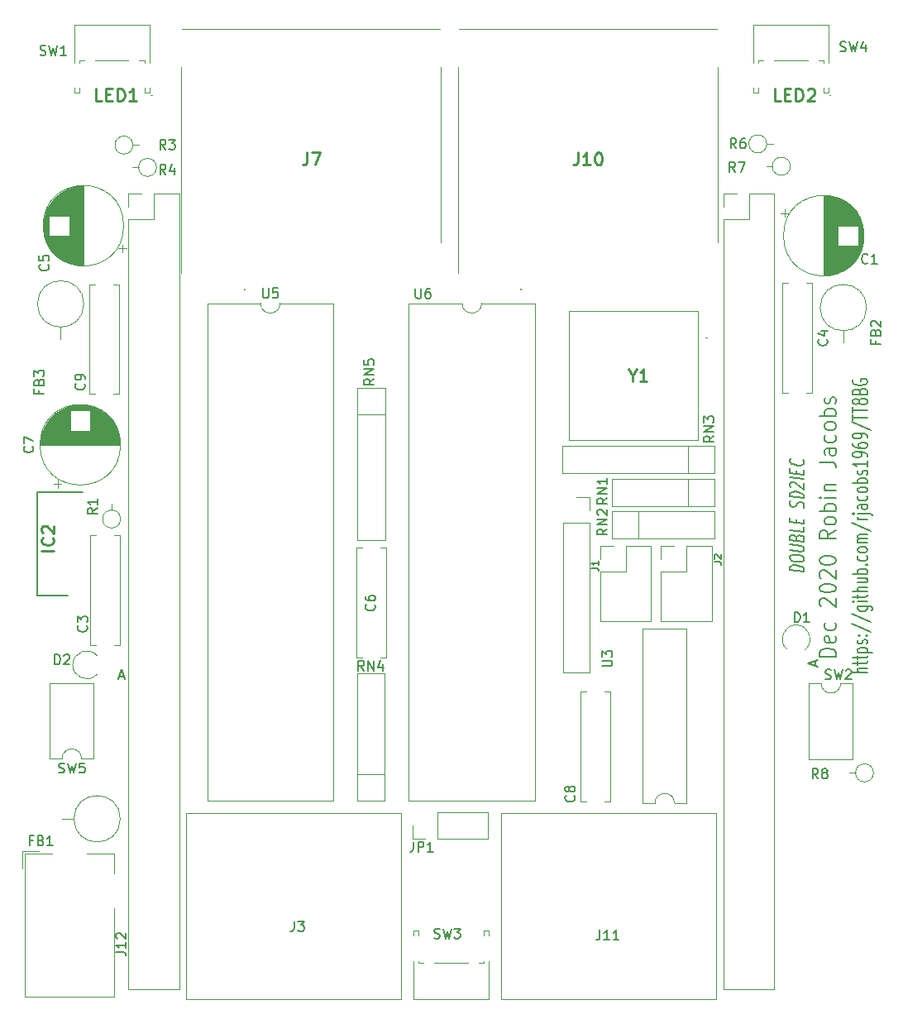
<source format=gbr>
G04 #@! TF.GenerationSoftware,KiCad,Pcbnew,(5.1.7)-1*
G04 #@! TF.CreationDate,2020-12-18T14:13:03+01:00*
G04 #@! TF.ProjectId,CR-VERSION,43522d56-4552-4534-994f-4e2e6b696361,rev?*
G04 #@! TF.SameCoordinates,Original*
G04 #@! TF.FileFunction,Legend,Top*
G04 #@! TF.FilePolarity,Positive*
%FSLAX46Y46*%
G04 Gerber Fmt 4.6, Leading zero omitted, Abs format (unit mm)*
G04 Created by KiCad (PCBNEW (5.1.7)-1) date 2020-12-18 14:13:03*
%MOMM*%
%LPD*%
G01*
G04 APERTURE LIST*
%ADD10C,0.200000*%
%ADD11C,0.120000*%
%ADD12C,0.100000*%
%ADD13C,0.150000*%
%ADD14C,0.254000*%
G04 APERTURE END LIST*
D10*
X232689571Y-115646190D02*
X231189571Y-115646190D01*
X232689571Y-115217619D02*
X231903857Y-115217619D01*
X231761000Y-115265238D01*
X231689571Y-115360476D01*
X231689571Y-115503333D01*
X231761000Y-115598571D01*
X231832428Y-115646190D01*
X231689571Y-114884285D02*
X231689571Y-114503333D01*
X231189571Y-114741428D02*
X232475285Y-114741428D01*
X232618142Y-114693809D01*
X232689571Y-114598571D01*
X232689571Y-114503333D01*
X231689571Y-114312857D02*
X231689571Y-113931904D01*
X231189571Y-114170000D02*
X232475285Y-114170000D01*
X232618142Y-114122380D01*
X232689571Y-114027142D01*
X232689571Y-113931904D01*
X231689571Y-113598571D02*
X233189571Y-113598571D01*
X231761000Y-113598571D02*
X231689571Y-113503333D01*
X231689571Y-113312857D01*
X231761000Y-113217619D01*
X231832428Y-113170000D01*
X231975285Y-113122380D01*
X232403857Y-113122380D01*
X232546714Y-113170000D01*
X232618142Y-113217619D01*
X232689571Y-113312857D01*
X232689571Y-113503333D01*
X232618142Y-113598571D01*
X232618142Y-112741428D02*
X232689571Y-112646190D01*
X232689571Y-112455714D01*
X232618142Y-112360476D01*
X232475285Y-112312857D01*
X232403857Y-112312857D01*
X232261000Y-112360476D01*
X232189571Y-112455714D01*
X232189571Y-112598571D01*
X232118142Y-112693809D01*
X231975285Y-112741428D01*
X231903857Y-112741428D01*
X231761000Y-112693809D01*
X231689571Y-112598571D01*
X231689571Y-112455714D01*
X231761000Y-112360476D01*
X232546714Y-111884285D02*
X232618142Y-111836666D01*
X232689571Y-111884285D01*
X232618142Y-111931904D01*
X232546714Y-111884285D01*
X232689571Y-111884285D01*
X231761000Y-111884285D02*
X231832428Y-111836666D01*
X231903857Y-111884285D01*
X231832428Y-111931904D01*
X231761000Y-111884285D01*
X231903857Y-111884285D01*
X231118142Y-110693809D02*
X233046714Y-111550952D01*
X231118142Y-109646190D02*
X233046714Y-110503333D01*
X231689571Y-108884285D02*
X232903857Y-108884285D01*
X233046714Y-108931904D01*
X233118142Y-108979523D01*
X233189571Y-109074761D01*
X233189571Y-109217619D01*
X233118142Y-109312857D01*
X232618142Y-108884285D02*
X232689571Y-108979523D01*
X232689571Y-109170000D01*
X232618142Y-109265238D01*
X232546714Y-109312857D01*
X232403857Y-109360476D01*
X231975285Y-109360476D01*
X231832428Y-109312857D01*
X231761000Y-109265238D01*
X231689571Y-109170000D01*
X231689571Y-108979523D01*
X231761000Y-108884285D01*
X232689571Y-108408095D02*
X231689571Y-108408095D01*
X231189571Y-108408095D02*
X231261000Y-108455714D01*
X231332428Y-108408095D01*
X231261000Y-108360476D01*
X231189571Y-108408095D01*
X231332428Y-108408095D01*
X231689571Y-108074761D02*
X231689571Y-107693809D01*
X231189571Y-107931904D02*
X232475285Y-107931904D01*
X232618142Y-107884285D01*
X232689571Y-107789047D01*
X232689571Y-107693809D01*
X232689571Y-107360476D02*
X231189571Y-107360476D01*
X232689571Y-106931904D02*
X231903857Y-106931904D01*
X231761000Y-106979523D01*
X231689571Y-107074761D01*
X231689571Y-107217619D01*
X231761000Y-107312857D01*
X231832428Y-107360476D01*
X231689571Y-106027142D02*
X232689571Y-106027142D01*
X231689571Y-106455714D02*
X232475285Y-106455714D01*
X232618142Y-106408095D01*
X232689571Y-106312857D01*
X232689571Y-106170000D01*
X232618142Y-106074761D01*
X232546714Y-106027142D01*
X232689571Y-105550952D02*
X231189571Y-105550952D01*
X231761000Y-105550952D02*
X231689571Y-105455714D01*
X231689571Y-105265238D01*
X231761000Y-105170000D01*
X231832428Y-105122380D01*
X231975285Y-105074761D01*
X232403857Y-105074761D01*
X232546714Y-105122380D01*
X232618142Y-105170000D01*
X232689571Y-105265238D01*
X232689571Y-105455714D01*
X232618142Y-105550952D01*
X232546714Y-104646190D02*
X232618142Y-104598571D01*
X232689571Y-104646190D01*
X232618142Y-104693809D01*
X232546714Y-104646190D01*
X232689571Y-104646190D01*
X232618142Y-103741428D02*
X232689571Y-103836666D01*
X232689571Y-104027142D01*
X232618142Y-104122380D01*
X232546714Y-104170000D01*
X232403857Y-104217619D01*
X231975285Y-104217619D01*
X231832428Y-104170000D01*
X231761000Y-104122380D01*
X231689571Y-104027142D01*
X231689571Y-103836666D01*
X231761000Y-103741428D01*
X232689571Y-103170000D02*
X232618142Y-103265238D01*
X232546714Y-103312857D01*
X232403857Y-103360476D01*
X231975285Y-103360476D01*
X231832428Y-103312857D01*
X231761000Y-103265238D01*
X231689571Y-103170000D01*
X231689571Y-103027142D01*
X231761000Y-102931904D01*
X231832428Y-102884285D01*
X231975285Y-102836666D01*
X232403857Y-102836666D01*
X232546714Y-102884285D01*
X232618142Y-102931904D01*
X232689571Y-103027142D01*
X232689571Y-103170000D01*
X232689571Y-102408095D02*
X231689571Y-102408095D01*
X231832428Y-102408095D02*
X231761000Y-102360476D01*
X231689571Y-102265238D01*
X231689571Y-102122380D01*
X231761000Y-102027142D01*
X231903857Y-101979523D01*
X232689571Y-101979523D01*
X231903857Y-101979523D02*
X231761000Y-101931904D01*
X231689571Y-101836666D01*
X231689571Y-101693809D01*
X231761000Y-101598571D01*
X231903857Y-101550952D01*
X232689571Y-101550952D01*
X231118142Y-100360476D02*
X233046714Y-101217619D01*
X232689571Y-100027142D02*
X231689571Y-100027142D01*
X231975285Y-100027142D02*
X231832428Y-99979523D01*
X231761000Y-99931904D01*
X231689571Y-99836666D01*
X231689571Y-99741428D01*
X231689571Y-99408095D02*
X232975285Y-99408095D01*
X233118142Y-99455714D01*
X233189571Y-99550952D01*
X233189571Y-99598571D01*
X231189571Y-99408095D02*
X231261000Y-99455714D01*
X231332428Y-99408095D01*
X231261000Y-99360476D01*
X231189571Y-99408095D01*
X231332428Y-99408095D01*
X232689571Y-98503333D02*
X231903857Y-98503333D01*
X231761000Y-98550952D01*
X231689571Y-98646190D01*
X231689571Y-98836666D01*
X231761000Y-98931904D01*
X232618142Y-98503333D02*
X232689571Y-98598571D01*
X232689571Y-98836666D01*
X232618142Y-98931904D01*
X232475285Y-98979523D01*
X232332428Y-98979523D01*
X232189571Y-98931904D01*
X232118142Y-98836666D01*
X232118142Y-98598571D01*
X232046714Y-98503333D01*
X232618142Y-97598571D02*
X232689571Y-97693809D01*
X232689571Y-97884285D01*
X232618142Y-97979523D01*
X232546714Y-98027142D01*
X232403857Y-98074761D01*
X231975285Y-98074761D01*
X231832428Y-98027142D01*
X231761000Y-97979523D01*
X231689571Y-97884285D01*
X231689571Y-97693809D01*
X231761000Y-97598571D01*
X232689571Y-97027142D02*
X232618142Y-97122380D01*
X232546714Y-97170000D01*
X232403857Y-97217619D01*
X231975285Y-97217619D01*
X231832428Y-97170000D01*
X231761000Y-97122380D01*
X231689571Y-97027142D01*
X231689571Y-96884285D01*
X231761000Y-96789047D01*
X231832428Y-96741428D01*
X231975285Y-96693809D01*
X232403857Y-96693809D01*
X232546714Y-96741428D01*
X232618142Y-96789047D01*
X232689571Y-96884285D01*
X232689571Y-97027142D01*
X232689571Y-96265238D02*
X231189571Y-96265238D01*
X231761000Y-96265238D02*
X231689571Y-96170000D01*
X231689571Y-95979523D01*
X231761000Y-95884285D01*
X231832428Y-95836666D01*
X231975285Y-95789047D01*
X232403857Y-95789047D01*
X232546714Y-95836666D01*
X232618142Y-95884285D01*
X232689571Y-95979523D01*
X232689571Y-96170000D01*
X232618142Y-96265238D01*
X232618142Y-95408095D02*
X232689571Y-95312857D01*
X232689571Y-95122380D01*
X232618142Y-95027142D01*
X232475285Y-94979523D01*
X232403857Y-94979523D01*
X232261000Y-95027142D01*
X232189571Y-95122380D01*
X232189571Y-95265238D01*
X232118142Y-95360476D01*
X231975285Y-95408095D01*
X231903857Y-95408095D01*
X231761000Y-95360476D01*
X231689571Y-95265238D01*
X231689571Y-95122380D01*
X231761000Y-95027142D01*
X232689571Y-94027142D02*
X232689571Y-94598571D01*
X232689571Y-94312857D02*
X231189571Y-94312857D01*
X231403857Y-94408095D01*
X231546714Y-94503333D01*
X231618142Y-94598571D01*
X232689571Y-93550952D02*
X232689571Y-93360476D01*
X232618142Y-93265238D01*
X232546714Y-93217619D01*
X232332428Y-93122380D01*
X232046714Y-93074761D01*
X231475285Y-93074761D01*
X231332428Y-93122380D01*
X231261000Y-93170000D01*
X231189571Y-93265238D01*
X231189571Y-93455714D01*
X231261000Y-93550952D01*
X231332428Y-93598571D01*
X231475285Y-93646190D01*
X231832428Y-93646190D01*
X231975285Y-93598571D01*
X232046714Y-93550952D01*
X232118142Y-93455714D01*
X232118142Y-93265238D01*
X232046714Y-93170000D01*
X231975285Y-93122380D01*
X231832428Y-93074761D01*
X231189571Y-92217619D02*
X231189571Y-92408095D01*
X231261000Y-92503333D01*
X231332428Y-92550952D01*
X231546714Y-92646190D01*
X231832428Y-92693809D01*
X232403857Y-92693809D01*
X232546714Y-92646190D01*
X232618142Y-92598571D01*
X232689571Y-92503333D01*
X232689571Y-92312857D01*
X232618142Y-92217619D01*
X232546714Y-92170000D01*
X232403857Y-92122380D01*
X232046714Y-92122380D01*
X231903857Y-92170000D01*
X231832428Y-92217619D01*
X231761000Y-92312857D01*
X231761000Y-92503333D01*
X231832428Y-92598571D01*
X231903857Y-92646190D01*
X232046714Y-92693809D01*
X232689571Y-91646190D02*
X232689571Y-91455714D01*
X232618142Y-91360476D01*
X232546714Y-91312857D01*
X232332428Y-91217619D01*
X232046714Y-91170000D01*
X231475285Y-91170000D01*
X231332428Y-91217619D01*
X231261000Y-91265238D01*
X231189571Y-91360476D01*
X231189571Y-91550952D01*
X231261000Y-91646190D01*
X231332428Y-91693809D01*
X231475285Y-91741428D01*
X231832428Y-91741428D01*
X231975285Y-91693809D01*
X232046714Y-91646190D01*
X232118142Y-91550952D01*
X232118142Y-91360476D01*
X232046714Y-91265238D01*
X231975285Y-91217619D01*
X231832428Y-91170000D01*
X231118142Y-90027142D02*
X233046714Y-90884285D01*
X231189571Y-89836666D02*
X231189571Y-89265238D01*
X232689571Y-89550952D02*
X231189571Y-89550952D01*
X231189571Y-89074761D02*
X231189571Y-88503333D01*
X232689571Y-88789047D02*
X231189571Y-88789047D01*
X231832428Y-88027142D02*
X231761000Y-88122380D01*
X231689571Y-88170000D01*
X231546714Y-88217619D01*
X231475285Y-88217619D01*
X231332428Y-88170000D01*
X231261000Y-88122380D01*
X231189571Y-88027142D01*
X231189571Y-87836666D01*
X231261000Y-87741428D01*
X231332428Y-87693809D01*
X231475285Y-87646190D01*
X231546714Y-87646190D01*
X231689571Y-87693809D01*
X231761000Y-87741428D01*
X231832428Y-87836666D01*
X231832428Y-88027142D01*
X231903857Y-88122380D01*
X231975285Y-88170000D01*
X232118142Y-88217619D01*
X232403857Y-88217619D01*
X232546714Y-88170000D01*
X232618142Y-88122380D01*
X232689571Y-88027142D01*
X232689571Y-87836666D01*
X232618142Y-87741428D01*
X232546714Y-87693809D01*
X232403857Y-87646190D01*
X232118142Y-87646190D01*
X231975285Y-87693809D01*
X231903857Y-87741428D01*
X231832428Y-87836666D01*
X231903857Y-86884285D02*
X231975285Y-86741428D01*
X232046714Y-86693809D01*
X232189571Y-86646190D01*
X232403857Y-86646190D01*
X232546714Y-86693809D01*
X232618142Y-86741428D01*
X232689571Y-86836666D01*
X232689571Y-87217619D01*
X231189571Y-87217619D01*
X231189571Y-86884285D01*
X231261000Y-86789047D01*
X231332428Y-86741428D01*
X231475285Y-86693809D01*
X231618142Y-86693809D01*
X231761000Y-86741428D01*
X231832428Y-86789047D01*
X231903857Y-86884285D01*
X231903857Y-87217619D01*
X231261000Y-85693809D02*
X231189571Y-85789047D01*
X231189571Y-85931904D01*
X231261000Y-86074761D01*
X231403857Y-86170000D01*
X231546714Y-86217619D01*
X231832428Y-86265238D01*
X232046714Y-86265238D01*
X232332428Y-86217619D01*
X232475285Y-86170000D01*
X232618142Y-86074761D01*
X232689571Y-85931904D01*
X232689571Y-85836666D01*
X232618142Y-85693809D01*
X232546714Y-85646190D01*
X232046714Y-85646190D01*
X232046714Y-85836666D01*
X229500666Y-114047000D02*
X227750666Y-114047000D01*
X227750666Y-113689857D01*
X227834000Y-113475571D01*
X228000666Y-113332714D01*
X228167333Y-113261285D01*
X228500666Y-113189857D01*
X228750666Y-113189857D01*
X229084000Y-113261285D01*
X229250666Y-113332714D01*
X229417333Y-113475571D01*
X229500666Y-113689857D01*
X229500666Y-114047000D01*
X229417333Y-111975571D02*
X229500666Y-112118428D01*
X229500666Y-112404142D01*
X229417333Y-112547000D01*
X229250666Y-112618428D01*
X228584000Y-112618428D01*
X228417333Y-112547000D01*
X228334000Y-112404142D01*
X228334000Y-112118428D01*
X228417333Y-111975571D01*
X228584000Y-111904142D01*
X228750666Y-111904142D01*
X228917333Y-112618428D01*
X229417333Y-110618428D02*
X229500666Y-110761285D01*
X229500666Y-111047000D01*
X229417333Y-111189857D01*
X229334000Y-111261285D01*
X229167333Y-111332714D01*
X228667333Y-111332714D01*
X228500666Y-111261285D01*
X228417333Y-111189857D01*
X228334000Y-111047000D01*
X228334000Y-110761285D01*
X228417333Y-110618428D01*
X227917333Y-108904142D02*
X227834000Y-108832714D01*
X227750666Y-108689857D01*
X227750666Y-108332714D01*
X227834000Y-108189857D01*
X227917333Y-108118428D01*
X228084000Y-108047000D01*
X228250666Y-108047000D01*
X228500666Y-108118428D01*
X229500666Y-108975571D01*
X229500666Y-108047000D01*
X227750666Y-107118428D02*
X227750666Y-106975571D01*
X227834000Y-106832714D01*
X227917333Y-106761285D01*
X228084000Y-106689857D01*
X228417333Y-106618428D01*
X228834000Y-106618428D01*
X229167333Y-106689857D01*
X229334000Y-106761285D01*
X229417333Y-106832714D01*
X229500666Y-106975571D01*
X229500666Y-107118428D01*
X229417333Y-107261285D01*
X229334000Y-107332714D01*
X229167333Y-107404142D01*
X228834000Y-107475571D01*
X228417333Y-107475571D01*
X228084000Y-107404142D01*
X227917333Y-107332714D01*
X227834000Y-107261285D01*
X227750666Y-107118428D01*
X227917333Y-106047000D02*
X227834000Y-105975571D01*
X227750666Y-105832714D01*
X227750666Y-105475571D01*
X227834000Y-105332714D01*
X227917333Y-105261285D01*
X228084000Y-105189857D01*
X228250666Y-105189857D01*
X228500666Y-105261285D01*
X229500666Y-106118428D01*
X229500666Y-105189857D01*
X227750666Y-104261285D02*
X227750666Y-104118428D01*
X227834000Y-103975571D01*
X227917333Y-103904142D01*
X228084000Y-103832714D01*
X228417333Y-103761285D01*
X228834000Y-103761285D01*
X229167333Y-103832714D01*
X229334000Y-103904142D01*
X229417333Y-103975571D01*
X229500666Y-104118428D01*
X229500666Y-104261285D01*
X229417333Y-104404142D01*
X229334000Y-104475571D01*
X229167333Y-104547000D01*
X228834000Y-104618428D01*
X228417333Y-104618428D01*
X228084000Y-104547000D01*
X227917333Y-104475571D01*
X227834000Y-104404142D01*
X227750666Y-104261285D01*
X229500666Y-101118428D02*
X228667333Y-101618428D01*
X229500666Y-101975571D02*
X227750666Y-101975571D01*
X227750666Y-101404142D01*
X227834000Y-101261285D01*
X227917333Y-101189857D01*
X228084000Y-101118428D01*
X228334000Y-101118428D01*
X228500666Y-101189857D01*
X228584000Y-101261285D01*
X228667333Y-101404142D01*
X228667333Y-101975571D01*
X229500666Y-100261285D02*
X229417333Y-100404142D01*
X229334000Y-100475571D01*
X229167333Y-100547000D01*
X228667333Y-100547000D01*
X228500666Y-100475571D01*
X228417333Y-100404142D01*
X228334000Y-100261285D01*
X228334000Y-100047000D01*
X228417333Y-99904142D01*
X228500666Y-99832714D01*
X228667333Y-99761285D01*
X229167333Y-99761285D01*
X229334000Y-99832714D01*
X229417333Y-99904142D01*
X229500666Y-100047000D01*
X229500666Y-100261285D01*
X229500666Y-99118428D02*
X227750666Y-99118428D01*
X228417333Y-99118428D02*
X228334000Y-98975571D01*
X228334000Y-98689857D01*
X228417333Y-98547000D01*
X228500666Y-98475571D01*
X228667333Y-98404142D01*
X229167333Y-98404142D01*
X229334000Y-98475571D01*
X229417333Y-98547000D01*
X229500666Y-98689857D01*
X229500666Y-98975571D01*
X229417333Y-99118428D01*
X229500666Y-97761285D02*
X228334000Y-97761285D01*
X227750666Y-97761285D02*
X227834000Y-97832714D01*
X227917333Y-97761285D01*
X227834000Y-97689857D01*
X227750666Y-97761285D01*
X227917333Y-97761285D01*
X228334000Y-97047000D02*
X229500666Y-97047000D01*
X228500666Y-97047000D02*
X228417333Y-96975571D01*
X228334000Y-96832714D01*
X228334000Y-96618428D01*
X228417333Y-96475571D01*
X228584000Y-96404142D01*
X229500666Y-96404142D01*
X227750666Y-94118428D02*
X229000666Y-94118428D01*
X229250666Y-94189857D01*
X229417333Y-94332714D01*
X229500666Y-94547000D01*
X229500666Y-94689857D01*
X229500666Y-92761285D02*
X228584000Y-92761285D01*
X228417333Y-92832714D01*
X228334000Y-92975571D01*
X228334000Y-93261285D01*
X228417333Y-93404142D01*
X229417333Y-92761285D02*
X229500666Y-92904142D01*
X229500666Y-93261285D01*
X229417333Y-93404142D01*
X229250666Y-93475571D01*
X229084000Y-93475571D01*
X228917333Y-93404142D01*
X228834000Y-93261285D01*
X228834000Y-92904142D01*
X228750666Y-92761285D01*
X229417333Y-91404142D02*
X229500666Y-91547000D01*
X229500666Y-91832714D01*
X229417333Y-91975571D01*
X229334000Y-92047000D01*
X229167333Y-92118428D01*
X228667333Y-92118428D01*
X228500666Y-92047000D01*
X228417333Y-91975571D01*
X228334000Y-91832714D01*
X228334000Y-91547000D01*
X228417333Y-91404142D01*
X229500666Y-90547000D02*
X229417333Y-90689857D01*
X229334000Y-90761285D01*
X229167333Y-90832714D01*
X228667333Y-90832714D01*
X228500666Y-90761285D01*
X228417333Y-90689857D01*
X228334000Y-90547000D01*
X228334000Y-90332714D01*
X228417333Y-90189857D01*
X228500666Y-90118428D01*
X228667333Y-90047000D01*
X229167333Y-90047000D01*
X229334000Y-90118428D01*
X229417333Y-90189857D01*
X229500666Y-90332714D01*
X229500666Y-90547000D01*
X229500666Y-89404142D02*
X227750666Y-89404142D01*
X228417333Y-89404142D02*
X228334000Y-89261285D01*
X228334000Y-88975571D01*
X228417333Y-88832714D01*
X228500666Y-88761285D01*
X228667333Y-88689857D01*
X229167333Y-88689857D01*
X229334000Y-88761285D01*
X229417333Y-88832714D01*
X229500666Y-88975571D01*
X229500666Y-89261285D01*
X229417333Y-89404142D01*
X229417333Y-88118428D02*
X229500666Y-87975571D01*
X229500666Y-87689857D01*
X229417333Y-87547000D01*
X229250666Y-87475571D01*
X229167333Y-87475571D01*
X229000666Y-87547000D01*
X228917333Y-87689857D01*
X228917333Y-87904142D01*
X228834000Y-88047000D01*
X228667333Y-88118428D01*
X228584000Y-88118428D01*
X228417333Y-88047000D01*
X228334000Y-87904142D01*
X228334000Y-87689857D01*
X228417333Y-87547000D01*
X226212571Y-105365422D02*
X224712571Y-105177922D01*
X224712571Y-104939827D01*
X224784000Y-104805898D01*
X224926857Y-104728517D01*
X225069714Y-104698755D01*
X225355428Y-104686851D01*
X225569714Y-104713636D01*
X225855428Y-104796970D01*
X225998285Y-104862446D01*
X226141142Y-104975541D01*
X226212571Y-105127327D01*
X226212571Y-105365422D01*
X224712571Y-103987446D02*
X224712571Y-103796970D01*
X224784000Y-103710660D01*
X224926857Y-103633279D01*
X225212571Y-103621375D01*
X225712571Y-103683875D01*
X225998285Y-103767208D01*
X226141142Y-103880303D01*
X226212571Y-103984470D01*
X226212571Y-104174946D01*
X226141142Y-104261255D01*
X225998285Y-104338636D01*
X225712571Y-104350541D01*
X225212571Y-104288041D01*
X224926857Y-104204708D01*
X224784000Y-104091613D01*
X224712571Y-103987446D01*
X224712571Y-103130303D02*
X225926857Y-103282089D01*
X226069714Y-103252327D01*
X226141142Y-103213636D01*
X226212571Y-103127327D01*
X226212571Y-102936851D01*
X226141142Y-102832684D01*
X226069714Y-102776136D01*
X225926857Y-102710660D01*
X224712571Y-102558875D01*
X225426857Y-101838636D02*
X225498285Y-101704708D01*
X225569714Y-101666017D01*
X225712571Y-101636255D01*
X225926857Y-101663041D01*
X226069714Y-101728517D01*
X226141142Y-101785065D01*
X226212571Y-101889232D01*
X226212571Y-102270184D01*
X224712571Y-102082684D01*
X224712571Y-101749351D01*
X224784000Y-101663041D01*
X224855428Y-101624351D01*
X224998285Y-101594589D01*
X225141142Y-101612446D01*
X225284000Y-101677922D01*
X225355428Y-101734470D01*
X225426857Y-101838636D01*
X225426857Y-102171970D01*
X226212571Y-100793994D02*
X226212571Y-101270184D01*
X224712571Y-101082684D01*
X225426857Y-100362446D02*
X225426857Y-100029113D01*
X226212571Y-99984470D02*
X226212571Y-100460660D01*
X224712571Y-100273160D01*
X224712571Y-99796970D01*
X226141142Y-98832684D02*
X226212571Y-98698755D01*
X226212571Y-98460660D01*
X226141142Y-98356494D01*
X226069714Y-98299946D01*
X225926857Y-98234470D01*
X225784000Y-98216613D01*
X225641142Y-98246375D01*
X225569714Y-98285065D01*
X225498285Y-98371375D01*
X225426857Y-98552922D01*
X225355428Y-98639232D01*
X225284000Y-98677922D01*
X225141142Y-98707684D01*
X224998285Y-98689827D01*
X224855428Y-98624351D01*
X224784000Y-98567803D01*
X224712571Y-98463636D01*
X224712571Y-98225541D01*
X224784000Y-98091613D01*
X226212571Y-97841613D02*
X224712571Y-97654113D01*
X224712571Y-97416017D01*
X224784000Y-97282089D01*
X224926857Y-97204708D01*
X225069714Y-97174946D01*
X225355428Y-97163041D01*
X225569714Y-97189827D01*
X225855428Y-97273160D01*
X225998285Y-97338636D01*
X226141142Y-97451732D01*
X226212571Y-97603517D01*
X226212571Y-97841613D01*
X224855428Y-96719589D02*
X224784000Y-96663041D01*
X224712571Y-96558875D01*
X224712571Y-96320779D01*
X224784000Y-96234470D01*
X224855428Y-96195779D01*
X224998285Y-96166017D01*
X225141142Y-96183875D01*
X225355428Y-96258279D01*
X226212571Y-96936851D01*
X226212571Y-96317803D01*
X226212571Y-95889232D02*
X224712571Y-95701732D01*
X225426857Y-95314827D02*
X225426857Y-94981494D01*
X226212571Y-94936851D02*
X226212571Y-95413041D01*
X224712571Y-95225541D01*
X224712571Y-94749351D01*
X226069714Y-93918994D02*
X226141142Y-93975541D01*
X226212571Y-94127327D01*
X226212571Y-94222565D01*
X226141142Y-94356494D01*
X225998285Y-94433875D01*
X225855428Y-94463636D01*
X225569714Y-94475541D01*
X225355428Y-94448755D01*
X225069714Y-94365422D01*
X224926857Y-94299946D01*
X224784000Y-94186851D01*
X224712571Y-94035065D01*
X224712571Y-93939827D01*
X224784000Y-93805898D01*
X224855428Y-93767208D01*
D11*
X153816850Y-115862866D02*
G75*
G02*
X153876239Y-113994000I-1053850J968866D01*
G01*
D12*
X168950000Y-76455000D02*
G75*
G02*
X168850000Y-76455000I-50000J0D01*
G01*
X168850000Y-76455000D02*
G75*
G02*
X168950000Y-76455000I50000J0D01*
G01*
X189050000Y-71655000D02*
X189050000Y-53655000D01*
X188950000Y-49755000D02*
X162550000Y-49755000D01*
X162450000Y-74755000D02*
X162450000Y-53655000D01*
X168950000Y-76455000D02*
X168950000Y-76455000D01*
X168850000Y-76455000D02*
X168850000Y-76455000D01*
X197271000Y-76455000D02*
G75*
G02*
X197171000Y-76455000I-50000J0D01*
G01*
X197171000Y-76455000D02*
G75*
G02*
X197271000Y-76455000I50000J0D01*
G01*
X217371000Y-71655000D02*
X217371000Y-53655000D01*
X217271000Y-49755000D02*
X190871000Y-49755000D01*
X190771000Y-74755000D02*
X190771000Y-53655000D01*
X197271000Y-76455000D02*
X197271000Y-76455000D01*
X197171000Y-76455000D02*
X197171000Y-76455000D01*
X159343000Y-56601000D02*
G75*
G02*
X159443000Y-56601000I50000J0D01*
G01*
X159443000Y-56601000D02*
G75*
G02*
X159343000Y-56601000I-50000J0D01*
G01*
X159343000Y-56601000D02*
X159343000Y-56601000D01*
X159443000Y-56601000D02*
X159443000Y-56601000D01*
X228812000Y-56601000D02*
G75*
G02*
X228912000Y-56601000I50000J0D01*
G01*
X228912000Y-56601000D02*
G75*
G02*
X228812000Y-56601000I-50000J0D01*
G01*
X228812000Y-56601000D02*
X228812000Y-56601000D01*
X228912000Y-56601000D02*
X228912000Y-56601000D01*
X216270000Y-81403000D02*
G75*
G02*
X216170000Y-81403000I-50000J0D01*
G01*
X216170000Y-81403000D02*
G75*
G02*
X216270000Y-81403000I50000J0D01*
G01*
X215370000Y-91903000D02*
X202170000Y-91903000D01*
X202170000Y-91903000D02*
X202170000Y-78703000D01*
X202170000Y-78703000D02*
X215370000Y-78703000D01*
X215370000Y-78703000D02*
X215370000Y-91903000D01*
X216270000Y-81403000D02*
X216270000Y-81403000D01*
X216170000Y-81403000D02*
X216170000Y-81403000D01*
D11*
X155585000Y-139823500D02*
X155585000Y-148823500D01*
X155585000Y-148823500D02*
X146385000Y-148823500D01*
X146385000Y-148823500D02*
X146385000Y-134223500D01*
X146385000Y-134223500D02*
X149185000Y-134223500D01*
X152785000Y-134223500D02*
X155585000Y-134223500D01*
X155585000Y-134223500D02*
X155585000Y-136223500D01*
X146145000Y-135723500D02*
X146145000Y-133983500D01*
X146145000Y-133983500D02*
X147885000Y-133983500D01*
X156542000Y-69936000D02*
G75*
G03*
X156542000Y-69936000I-4120000J0D01*
G01*
X152422000Y-74016000D02*
X152422000Y-65856000D01*
X152382000Y-74016000D02*
X152382000Y-65856000D01*
X152342000Y-74016000D02*
X152342000Y-65856000D01*
X152302000Y-74015000D02*
X152302000Y-65857000D01*
X152262000Y-74013000D02*
X152262000Y-65859000D01*
X152222000Y-74012000D02*
X152222000Y-65860000D01*
X152182000Y-74010000D02*
X152182000Y-65862000D01*
X152142000Y-74007000D02*
X152142000Y-65865000D01*
X152102000Y-74004000D02*
X152102000Y-65868000D01*
X152062000Y-74001000D02*
X152062000Y-65871000D01*
X152022000Y-73997000D02*
X152022000Y-65875000D01*
X151982000Y-73993000D02*
X151982000Y-65879000D01*
X151942000Y-73988000D02*
X151942000Y-65884000D01*
X151902000Y-73984000D02*
X151902000Y-65888000D01*
X151862000Y-73978000D02*
X151862000Y-65894000D01*
X151822000Y-73973000D02*
X151822000Y-65899000D01*
X151782000Y-73966000D02*
X151782000Y-65906000D01*
X151742000Y-73960000D02*
X151742000Y-65912000D01*
X151701000Y-73953000D02*
X151701000Y-65919000D01*
X151661000Y-73946000D02*
X151661000Y-65926000D01*
X151621000Y-73938000D02*
X151621000Y-65934000D01*
X151581000Y-73930000D02*
X151581000Y-65942000D01*
X151541000Y-73921000D02*
X151541000Y-65951000D01*
X151501000Y-73912000D02*
X151501000Y-65960000D01*
X151461000Y-73903000D02*
X151461000Y-65969000D01*
X151421000Y-73893000D02*
X151421000Y-65979000D01*
X151381000Y-73883000D02*
X151381000Y-65989000D01*
X151341000Y-73872000D02*
X151341000Y-66000000D01*
X151301000Y-73861000D02*
X151301000Y-66011000D01*
X151261000Y-73850000D02*
X151261000Y-66022000D01*
X151221000Y-73838000D02*
X151221000Y-66034000D01*
X151181000Y-73825000D02*
X151181000Y-66047000D01*
X151141000Y-73813000D02*
X151141000Y-66059000D01*
X151101000Y-73799000D02*
X151101000Y-66073000D01*
X151061000Y-73786000D02*
X151061000Y-66086000D01*
X151021000Y-73771000D02*
X151021000Y-66101000D01*
X150981000Y-73757000D02*
X150981000Y-66115000D01*
X150941000Y-73741000D02*
X150941000Y-70976000D01*
X150941000Y-68896000D02*
X150941000Y-66131000D01*
X150901000Y-73726000D02*
X150901000Y-70976000D01*
X150901000Y-68896000D02*
X150901000Y-66146000D01*
X150861000Y-73710000D02*
X150861000Y-70976000D01*
X150861000Y-68896000D02*
X150861000Y-66162000D01*
X150821000Y-73693000D02*
X150821000Y-70976000D01*
X150821000Y-68896000D02*
X150821000Y-66179000D01*
X150781000Y-73676000D02*
X150781000Y-70976000D01*
X150781000Y-68896000D02*
X150781000Y-66196000D01*
X150741000Y-73658000D02*
X150741000Y-70976000D01*
X150741000Y-68896000D02*
X150741000Y-66214000D01*
X150701000Y-73640000D02*
X150701000Y-70976000D01*
X150701000Y-68896000D02*
X150701000Y-66232000D01*
X150661000Y-73622000D02*
X150661000Y-70976000D01*
X150661000Y-68896000D02*
X150661000Y-66250000D01*
X150621000Y-73602000D02*
X150621000Y-70976000D01*
X150621000Y-68896000D02*
X150621000Y-66270000D01*
X150581000Y-73583000D02*
X150581000Y-70976000D01*
X150581000Y-68896000D02*
X150581000Y-66289000D01*
X150541000Y-73563000D02*
X150541000Y-70976000D01*
X150541000Y-68896000D02*
X150541000Y-66309000D01*
X150501000Y-73542000D02*
X150501000Y-70976000D01*
X150501000Y-68896000D02*
X150501000Y-66330000D01*
X150461000Y-73520000D02*
X150461000Y-70976000D01*
X150461000Y-68896000D02*
X150461000Y-66352000D01*
X150421000Y-73498000D02*
X150421000Y-70976000D01*
X150421000Y-68896000D02*
X150421000Y-66374000D01*
X150381000Y-73476000D02*
X150381000Y-70976000D01*
X150381000Y-68896000D02*
X150381000Y-66396000D01*
X150341000Y-73453000D02*
X150341000Y-70976000D01*
X150341000Y-68896000D02*
X150341000Y-66419000D01*
X150301000Y-73429000D02*
X150301000Y-70976000D01*
X150301000Y-68896000D02*
X150301000Y-66443000D01*
X150261000Y-73405000D02*
X150261000Y-70976000D01*
X150261000Y-68896000D02*
X150261000Y-66467000D01*
X150221000Y-73380000D02*
X150221000Y-70976000D01*
X150221000Y-68896000D02*
X150221000Y-66492000D01*
X150181000Y-73354000D02*
X150181000Y-70976000D01*
X150181000Y-68896000D02*
X150181000Y-66518000D01*
X150141000Y-73328000D02*
X150141000Y-70976000D01*
X150141000Y-68896000D02*
X150141000Y-66544000D01*
X150101000Y-73301000D02*
X150101000Y-70976000D01*
X150101000Y-68896000D02*
X150101000Y-66571000D01*
X150061000Y-73274000D02*
X150061000Y-70976000D01*
X150061000Y-68896000D02*
X150061000Y-66598000D01*
X150021000Y-73245000D02*
X150021000Y-70976000D01*
X150021000Y-68896000D02*
X150021000Y-66627000D01*
X149981000Y-73216000D02*
X149981000Y-70976000D01*
X149981000Y-68896000D02*
X149981000Y-66656000D01*
X149941000Y-73186000D02*
X149941000Y-70976000D01*
X149941000Y-68896000D02*
X149941000Y-66686000D01*
X149901000Y-73156000D02*
X149901000Y-70976000D01*
X149901000Y-68896000D02*
X149901000Y-66716000D01*
X149861000Y-73125000D02*
X149861000Y-70976000D01*
X149861000Y-68896000D02*
X149861000Y-66747000D01*
X149821000Y-73092000D02*
X149821000Y-70976000D01*
X149821000Y-68896000D02*
X149821000Y-66780000D01*
X149781000Y-73060000D02*
X149781000Y-70976000D01*
X149781000Y-68896000D02*
X149781000Y-66812000D01*
X149741000Y-73026000D02*
X149741000Y-70976000D01*
X149741000Y-68896000D02*
X149741000Y-66846000D01*
X149701000Y-72991000D02*
X149701000Y-70976000D01*
X149701000Y-68896000D02*
X149701000Y-66881000D01*
X149661000Y-72955000D02*
X149661000Y-70976000D01*
X149661000Y-68896000D02*
X149661000Y-66917000D01*
X149621000Y-72919000D02*
X149621000Y-70976000D01*
X149621000Y-68896000D02*
X149621000Y-66953000D01*
X149581000Y-72881000D02*
X149581000Y-70976000D01*
X149581000Y-68896000D02*
X149581000Y-66991000D01*
X149541000Y-72843000D02*
X149541000Y-70976000D01*
X149541000Y-68896000D02*
X149541000Y-67029000D01*
X149501000Y-72803000D02*
X149501000Y-70976000D01*
X149501000Y-68896000D02*
X149501000Y-67069000D01*
X149461000Y-72762000D02*
X149461000Y-70976000D01*
X149461000Y-68896000D02*
X149461000Y-67110000D01*
X149421000Y-72720000D02*
X149421000Y-70976000D01*
X149421000Y-68896000D02*
X149421000Y-67152000D01*
X149381000Y-72677000D02*
X149381000Y-70976000D01*
X149381000Y-68896000D02*
X149381000Y-67195000D01*
X149341000Y-72633000D02*
X149341000Y-70976000D01*
X149341000Y-68896000D02*
X149341000Y-67239000D01*
X149301000Y-72587000D02*
X149301000Y-70976000D01*
X149301000Y-68896000D02*
X149301000Y-67285000D01*
X149261000Y-72540000D02*
X149261000Y-70976000D01*
X149261000Y-68896000D02*
X149261000Y-67332000D01*
X149221000Y-72492000D02*
X149221000Y-70976000D01*
X149221000Y-68896000D02*
X149221000Y-67380000D01*
X149181000Y-72441000D02*
X149181000Y-70976000D01*
X149181000Y-68896000D02*
X149181000Y-67431000D01*
X149141000Y-72390000D02*
X149141000Y-70976000D01*
X149141000Y-68896000D02*
X149141000Y-67482000D01*
X149101000Y-72336000D02*
X149101000Y-70976000D01*
X149101000Y-68896000D02*
X149101000Y-67536000D01*
X149061000Y-72281000D02*
X149061000Y-70976000D01*
X149061000Y-68896000D02*
X149061000Y-67591000D01*
X149021000Y-72223000D02*
X149021000Y-70976000D01*
X149021000Y-68896000D02*
X149021000Y-67649000D01*
X148981000Y-72164000D02*
X148981000Y-70976000D01*
X148981000Y-68896000D02*
X148981000Y-67708000D01*
X148941000Y-72102000D02*
X148941000Y-70976000D01*
X148941000Y-68896000D02*
X148941000Y-67770000D01*
X148901000Y-72038000D02*
X148901000Y-70976000D01*
X148901000Y-68896000D02*
X148901000Y-67834000D01*
X148861000Y-71970000D02*
X148861000Y-67902000D01*
X148821000Y-71900000D02*
X148821000Y-67972000D01*
X148781000Y-71826000D02*
X148781000Y-68046000D01*
X148741000Y-71749000D02*
X148741000Y-68123000D01*
X148701000Y-71667000D02*
X148701000Y-68205000D01*
X148661000Y-71581000D02*
X148661000Y-68291000D01*
X148621000Y-71488000D02*
X148621000Y-68384000D01*
X148581000Y-71389000D02*
X148581000Y-68483000D01*
X148541000Y-71282000D02*
X148541000Y-68590000D01*
X148501000Y-71165000D02*
X148501000Y-68707000D01*
X148461000Y-71034000D02*
X148461000Y-68838000D01*
X148421000Y-70884000D02*
X148421000Y-68988000D01*
X148381000Y-70704000D02*
X148381000Y-69168000D01*
X148341000Y-70469000D02*
X148341000Y-69403000D01*
X156831698Y-72251000D02*
X156031698Y-72251000D01*
X156431698Y-72651000D02*
X156431698Y-71851000D01*
X180389500Y-114117000D02*
X180389500Y-102877000D01*
X183429500Y-114117000D02*
X183429500Y-102877000D01*
X180389500Y-114117000D02*
X180984500Y-114117000D01*
X182834500Y-114117000D02*
X183429500Y-114117000D01*
X180389500Y-102877000D02*
X180984500Y-102877000D01*
X182834500Y-102877000D02*
X183429500Y-102877000D01*
X180446000Y-128780000D02*
X183246000Y-128780000D01*
X183246000Y-128780000D02*
X183246000Y-115740000D01*
X183246000Y-115740000D02*
X180446000Y-115740000D01*
X180446000Y-115740000D02*
X180446000Y-128780000D01*
X180446000Y-126070000D02*
X183246000Y-126070000D01*
X183296800Y-86555400D02*
X180496800Y-86555400D01*
X180496800Y-86555400D02*
X180496800Y-102135400D01*
X180496800Y-102135400D02*
X183296800Y-102135400D01*
X183296800Y-102135400D02*
X183296800Y-86555400D01*
X183296800Y-89265400D02*
X180496800Y-89265400D01*
X217017200Y-98615600D02*
X217017200Y-95815600D01*
X217017200Y-95815600D02*
X206517200Y-95815600D01*
X206517200Y-95815600D02*
X206517200Y-98615600D01*
X206517200Y-98615600D02*
X217017200Y-98615600D01*
X214307200Y-98615600D02*
X214307200Y-95815600D01*
X150239000Y-124491700D02*
G75*
G02*
X152239000Y-124491700I1000000J0D01*
G01*
X152239000Y-124491700D02*
X153489000Y-124491700D01*
X153489000Y-124491700D02*
X153489000Y-116751700D01*
X153489000Y-116751700D02*
X148989000Y-116751700D01*
X148989000Y-116751700D02*
X148989000Y-124491700D01*
X148989000Y-124491700D02*
X150239000Y-124491700D01*
X233312000Y-125943000D02*
G75*
G03*
X233312000Y-125943000I-920000J0D01*
G01*
X231472000Y-125943000D02*
X230852000Y-125943000D01*
X229963000Y-116777100D02*
G75*
G02*
X227963000Y-116777100I-1000000J0D01*
G01*
X227963000Y-116777100D02*
X226713000Y-116777100D01*
X226713000Y-116777100D02*
X226713000Y-124517100D01*
X226713000Y-124517100D02*
X231213000Y-124517100D01*
X231213000Y-124517100D02*
X231213000Y-116777100D01*
X231213000Y-116777100D02*
X229963000Y-116777100D01*
X224803000Y-63840000D02*
G75*
G03*
X224803000Y-63840000I-920000J0D01*
G01*
X222963000Y-63840000D02*
X222343000Y-63840000D01*
X222390000Y-61554000D02*
G75*
G03*
X222390000Y-61554000I-920000J0D01*
G01*
X222390000Y-61554000D02*
X223010000Y-61554000D01*
X159906000Y-63967000D02*
G75*
G03*
X159906000Y-63967000I-920000J0D01*
G01*
X158066000Y-63967000D02*
X157446000Y-63967000D01*
X157493000Y-61681000D02*
G75*
G03*
X157493000Y-61681000I-920000J0D01*
G01*
X157493000Y-61681000D02*
X158113000Y-61681000D01*
X156061000Y-75920000D02*
X156061000Y-87160000D01*
X153021000Y-75920000D02*
X153021000Y-87160000D01*
X156061000Y-75920000D02*
X155466000Y-75920000D01*
X153616000Y-75920000D02*
X153021000Y-75920000D01*
X156061000Y-87160000D02*
X155466000Y-87160000D01*
X153616000Y-87160000D02*
X153021000Y-87160000D01*
X227054000Y-75793000D02*
X227054000Y-87033000D01*
X224014000Y-75793000D02*
X224014000Y-87033000D01*
X227054000Y-75793000D02*
X226459000Y-75793000D01*
X224609000Y-75793000D02*
X224014000Y-75793000D01*
X227054000Y-87033000D02*
X226459000Y-87033000D01*
X224609000Y-87033000D02*
X224014000Y-87033000D01*
X203313000Y-128849000D02*
X203313000Y-117609000D01*
X206353000Y-128849000D02*
X206353000Y-117609000D01*
X203313000Y-128849000D02*
X203908000Y-128849000D01*
X205758000Y-128849000D02*
X206353000Y-128849000D01*
X203313000Y-117609000D02*
X203908000Y-117609000D01*
X205758000Y-117609000D02*
X206353000Y-117609000D01*
X232344500Y-70952000D02*
G75*
G03*
X232344500Y-70952000I-4120000J0D01*
G01*
X228224500Y-66872000D02*
X228224500Y-75032000D01*
X228264500Y-66872000D02*
X228264500Y-75032000D01*
X228304500Y-66872000D02*
X228304500Y-75032000D01*
X228344500Y-66873000D02*
X228344500Y-75031000D01*
X228384500Y-66875000D02*
X228384500Y-75029000D01*
X228424500Y-66876000D02*
X228424500Y-75028000D01*
X228464500Y-66878000D02*
X228464500Y-75026000D01*
X228504500Y-66881000D02*
X228504500Y-75023000D01*
X228544500Y-66884000D02*
X228544500Y-75020000D01*
X228584500Y-66887000D02*
X228584500Y-75017000D01*
X228624500Y-66891000D02*
X228624500Y-75013000D01*
X228664500Y-66895000D02*
X228664500Y-75009000D01*
X228704500Y-66900000D02*
X228704500Y-75004000D01*
X228744500Y-66904000D02*
X228744500Y-75000000D01*
X228784500Y-66910000D02*
X228784500Y-74994000D01*
X228824500Y-66915000D02*
X228824500Y-74989000D01*
X228864500Y-66922000D02*
X228864500Y-74982000D01*
X228904500Y-66928000D02*
X228904500Y-74976000D01*
X228945500Y-66935000D02*
X228945500Y-74969000D01*
X228985500Y-66942000D02*
X228985500Y-74962000D01*
X229025500Y-66950000D02*
X229025500Y-74954000D01*
X229065500Y-66958000D02*
X229065500Y-74946000D01*
X229105500Y-66967000D02*
X229105500Y-74937000D01*
X229145500Y-66976000D02*
X229145500Y-74928000D01*
X229185500Y-66985000D02*
X229185500Y-74919000D01*
X229225500Y-66995000D02*
X229225500Y-74909000D01*
X229265500Y-67005000D02*
X229265500Y-74899000D01*
X229305500Y-67016000D02*
X229305500Y-74888000D01*
X229345500Y-67027000D02*
X229345500Y-74877000D01*
X229385500Y-67038000D02*
X229385500Y-74866000D01*
X229425500Y-67050000D02*
X229425500Y-74854000D01*
X229465500Y-67063000D02*
X229465500Y-74841000D01*
X229505500Y-67075000D02*
X229505500Y-74829000D01*
X229545500Y-67089000D02*
X229545500Y-74815000D01*
X229585500Y-67102000D02*
X229585500Y-74802000D01*
X229625500Y-67117000D02*
X229625500Y-74787000D01*
X229665500Y-67131000D02*
X229665500Y-74773000D01*
X229705500Y-67147000D02*
X229705500Y-69912000D01*
X229705500Y-71992000D02*
X229705500Y-74757000D01*
X229745500Y-67162000D02*
X229745500Y-69912000D01*
X229745500Y-71992000D02*
X229745500Y-74742000D01*
X229785500Y-67178000D02*
X229785500Y-69912000D01*
X229785500Y-71992000D02*
X229785500Y-74726000D01*
X229825500Y-67195000D02*
X229825500Y-69912000D01*
X229825500Y-71992000D02*
X229825500Y-74709000D01*
X229865500Y-67212000D02*
X229865500Y-69912000D01*
X229865500Y-71992000D02*
X229865500Y-74692000D01*
X229905500Y-67230000D02*
X229905500Y-69912000D01*
X229905500Y-71992000D02*
X229905500Y-74674000D01*
X229945500Y-67248000D02*
X229945500Y-69912000D01*
X229945500Y-71992000D02*
X229945500Y-74656000D01*
X229985500Y-67266000D02*
X229985500Y-69912000D01*
X229985500Y-71992000D02*
X229985500Y-74638000D01*
X230025500Y-67286000D02*
X230025500Y-69912000D01*
X230025500Y-71992000D02*
X230025500Y-74618000D01*
X230065500Y-67305000D02*
X230065500Y-69912000D01*
X230065500Y-71992000D02*
X230065500Y-74599000D01*
X230105500Y-67325000D02*
X230105500Y-69912000D01*
X230105500Y-71992000D02*
X230105500Y-74579000D01*
X230145500Y-67346000D02*
X230145500Y-69912000D01*
X230145500Y-71992000D02*
X230145500Y-74558000D01*
X230185500Y-67368000D02*
X230185500Y-69912000D01*
X230185500Y-71992000D02*
X230185500Y-74536000D01*
X230225500Y-67390000D02*
X230225500Y-69912000D01*
X230225500Y-71992000D02*
X230225500Y-74514000D01*
X230265500Y-67412000D02*
X230265500Y-69912000D01*
X230265500Y-71992000D02*
X230265500Y-74492000D01*
X230305500Y-67435000D02*
X230305500Y-69912000D01*
X230305500Y-71992000D02*
X230305500Y-74469000D01*
X230345500Y-67459000D02*
X230345500Y-69912000D01*
X230345500Y-71992000D02*
X230345500Y-74445000D01*
X230385500Y-67483000D02*
X230385500Y-69912000D01*
X230385500Y-71992000D02*
X230385500Y-74421000D01*
X230425500Y-67508000D02*
X230425500Y-69912000D01*
X230425500Y-71992000D02*
X230425500Y-74396000D01*
X230465500Y-67534000D02*
X230465500Y-69912000D01*
X230465500Y-71992000D02*
X230465500Y-74370000D01*
X230505500Y-67560000D02*
X230505500Y-69912000D01*
X230505500Y-71992000D02*
X230505500Y-74344000D01*
X230545500Y-67587000D02*
X230545500Y-69912000D01*
X230545500Y-71992000D02*
X230545500Y-74317000D01*
X230585500Y-67614000D02*
X230585500Y-69912000D01*
X230585500Y-71992000D02*
X230585500Y-74290000D01*
X230625500Y-67643000D02*
X230625500Y-69912000D01*
X230625500Y-71992000D02*
X230625500Y-74261000D01*
X230665500Y-67672000D02*
X230665500Y-69912000D01*
X230665500Y-71992000D02*
X230665500Y-74232000D01*
X230705500Y-67702000D02*
X230705500Y-69912000D01*
X230705500Y-71992000D02*
X230705500Y-74202000D01*
X230745500Y-67732000D02*
X230745500Y-69912000D01*
X230745500Y-71992000D02*
X230745500Y-74172000D01*
X230785500Y-67763000D02*
X230785500Y-69912000D01*
X230785500Y-71992000D02*
X230785500Y-74141000D01*
X230825500Y-67796000D02*
X230825500Y-69912000D01*
X230825500Y-71992000D02*
X230825500Y-74108000D01*
X230865500Y-67828000D02*
X230865500Y-69912000D01*
X230865500Y-71992000D02*
X230865500Y-74076000D01*
X230905500Y-67862000D02*
X230905500Y-69912000D01*
X230905500Y-71992000D02*
X230905500Y-74042000D01*
X230945500Y-67897000D02*
X230945500Y-69912000D01*
X230945500Y-71992000D02*
X230945500Y-74007000D01*
X230985500Y-67933000D02*
X230985500Y-69912000D01*
X230985500Y-71992000D02*
X230985500Y-73971000D01*
X231025500Y-67969000D02*
X231025500Y-69912000D01*
X231025500Y-71992000D02*
X231025500Y-73935000D01*
X231065500Y-68007000D02*
X231065500Y-69912000D01*
X231065500Y-71992000D02*
X231065500Y-73897000D01*
X231105500Y-68045000D02*
X231105500Y-69912000D01*
X231105500Y-71992000D02*
X231105500Y-73859000D01*
X231145500Y-68085000D02*
X231145500Y-69912000D01*
X231145500Y-71992000D02*
X231145500Y-73819000D01*
X231185500Y-68126000D02*
X231185500Y-69912000D01*
X231185500Y-71992000D02*
X231185500Y-73778000D01*
X231225500Y-68168000D02*
X231225500Y-69912000D01*
X231225500Y-71992000D02*
X231225500Y-73736000D01*
X231265500Y-68211000D02*
X231265500Y-69912000D01*
X231265500Y-71992000D02*
X231265500Y-73693000D01*
X231305500Y-68255000D02*
X231305500Y-69912000D01*
X231305500Y-71992000D02*
X231305500Y-73649000D01*
X231345500Y-68301000D02*
X231345500Y-69912000D01*
X231345500Y-71992000D02*
X231345500Y-73603000D01*
X231385500Y-68348000D02*
X231385500Y-69912000D01*
X231385500Y-71992000D02*
X231385500Y-73556000D01*
X231425500Y-68396000D02*
X231425500Y-69912000D01*
X231425500Y-71992000D02*
X231425500Y-73508000D01*
X231465500Y-68447000D02*
X231465500Y-69912000D01*
X231465500Y-71992000D02*
X231465500Y-73457000D01*
X231505500Y-68498000D02*
X231505500Y-69912000D01*
X231505500Y-71992000D02*
X231505500Y-73406000D01*
X231545500Y-68552000D02*
X231545500Y-69912000D01*
X231545500Y-71992000D02*
X231545500Y-73352000D01*
X231585500Y-68607000D02*
X231585500Y-69912000D01*
X231585500Y-71992000D02*
X231585500Y-73297000D01*
X231625500Y-68665000D02*
X231625500Y-69912000D01*
X231625500Y-71992000D02*
X231625500Y-73239000D01*
X231665500Y-68724000D02*
X231665500Y-69912000D01*
X231665500Y-71992000D02*
X231665500Y-73180000D01*
X231705500Y-68786000D02*
X231705500Y-69912000D01*
X231705500Y-71992000D02*
X231705500Y-73118000D01*
X231745500Y-68850000D02*
X231745500Y-69912000D01*
X231745500Y-71992000D02*
X231745500Y-73054000D01*
X231785500Y-68918000D02*
X231785500Y-72986000D01*
X231825500Y-68988000D02*
X231825500Y-72916000D01*
X231865500Y-69062000D02*
X231865500Y-72842000D01*
X231905500Y-69139000D02*
X231905500Y-72765000D01*
X231945500Y-69221000D02*
X231945500Y-72683000D01*
X231985500Y-69307000D02*
X231985500Y-72597000D01*
X232025500Y-69400000D02*
X232025500Y-72504000D01*
X232065500Y-69499000D02*
X232065500Y-72405000D01*
X232105500Y-69606000D02*
X232105500Y-72298000D01*
X232145500Y-69723000D02*
X232145500Y-72181000D01*
X232185500Y-69854000D02*
X232185500Y-72050000D01*
X232225500Y-70004000D02*
X232225500Y-71900000D01*
X232265500Y-70184000D02*
X232265500Y-71720000D01*
X232305500Y-70419000D02*
X232305500Y-71485000D01*
X223814802Y-68637000D02*
X224614802Y-68637000D01*
X224214802Y-68237000D02*
X224214802Y-69037000D01*
X152466000Y-77937000D02*
G75*
G03*
X152466000Y-77937000I-2370000J0D01*
G01*
X150096000Y-80307000D02*
X150096000Y-81517000D01*
X232603000Y-78318000D02*
G75*
G03*
X232603000Y-78318000I-2370000J0D01*
G01*
X230233000Y-80688000D02*
X230233000Y-81898000D01*
X156199800Y-130642000D02*
G75*
G03*
X156199800Y-130642000I-2370000J0D01*
G01*
X151459800Y-130642000D02*
X150249800Y-130642000D01*
X221523000Y-52999000D02*
X221523000Y-53229000D01*
X221003000Y-49329000D02*
X228723000Y-49329000D01*
X228723000Y-49329000D02*
X228723000Y-53229000D01*
X221003000Y-56339000D02*
X221523000Y-56339000D01*
X221003000Y-49329000D02*
X221003000Y-53229000D01*
X228203000Y-52999000D02*
X228203000Y-53229000D01*
X221523000Y-55829000D02*
X221523000Y-56339000D01*
X221003000Y-55829000D02*
X221003000Y-56339000D01*
X227663000Y-52999000D02*
X228203000Y-52999000D01*
X228203000Y-55829000D02*
X228203000Y-56339000D01*
X228203000Y-56339000D02*
X228723000Y-56339000D01*
X228723000Y-55829000D02*
X228723000Y-56339000D01*
X221523000Y-52999000D02*
X222063000Y-52999000D01*
X223163000Y-52999000D02*
X226563000Y-52999000D01*
X156223000Y-99958800D02*
G75*
G03*
X156223000Y-99958800I-920000J0D01*
G01*
X155303000Y-99038800D02*
X155303000Y-98418800D01*
X211567500Y-110445500D02*
X216767500Y-110445500D01*
X211567500Y-105305500D02*
X211567500Y-110445500D01*
X216767500Y-102705500D02*
X216767500Y-110445500D01*
X211567500Y-105305500D02*
X214167500Y-105305500D01*
X214167500Y-105305500D02*
X214167500Y-102705500D01*
X214167500Y-102705500D02*
X216767500Y-102705500D01*
X211567500Y-104035500D02*
X211567500Y-102705500D01*
X211567500Y-102705500D02*
X212897500Y-102705500D01*
X156222600Y-92353400D02*
G75*
G03*
X156222600Y-92353400I-4120000J0D01*
G01*
X148022600Y-92353400D02*
X156182600Y-92353400D01*
X148022600Y-92313400D02*
X156182600Y-92313400D01*
X148022600Y-92273400D02*
X156182600Y-92273400D01*
X148023600Y-92233400D02*
X156181600Y-92233400D01*
X148025600Y-92193400D02*
X156179600Y-92193400D01*
X148026600Y-92153400D02*
X156178600Y-92153400D01*
X148028600Y-92113400D02*
X156176600Y-92113400D01*
X148031600Y-92073400D02*
X156173600Y-92073400D01*
X148034600Y-92033400D02*
X156170600Y-92033400D01*
X148037600Y-91993400D02*
X156167600Y-91993400D01*
X148041600Y-91953400D02*
X156163600Y-91953400D01*
X148045600Y-91913400D02*
X156159600Y-91913400D01*
X148050600Y-91873400D02*
X156154600Y-91873400D01*
X148054600Y-91833400D02*
X156150600Y-91833400D01*
X148060600Y-91793400D02*
X156144600Y-91793400D01*
X148065600Y-91753400D02*
X156139600Y-91753400D01*
X148072600Y-91713400D02*
X156132600Y-91713400D01*
X148078600Y-91673400D02*
X156126600Y-91673400D01*
X148085600Y-91632400D02*
X156119600Y-91632400D01*
X148092600Y-91592400D02*
X156112600Y-91592400D01*
X148100600Y-91552400D02*
X156104600Y-91552400D01*
X148108600Y-91512400D02*
X156096600Y-91512400D01*
X148117600Y-91472400D02*
X156087600Y-91472400D01*
X148126600Y-91432400D02*
X156078600Y-91432400D01*
X148135600Y-91392400D02*
X156069600Y-91392400D01*
X148145600Y-91352400D02*
X156059600Y-91352400D01*
X148155600Y-91312400D02*
X156049600Y-91312400D01*
X148166600Y-91272400D02*
X156038600Y-91272400D01*
X148177600Y-91232400D02*
X156027600Y-91232400D01*
X148188600Y-91192400D02*
X156016600Y-91192400D01*
X148200600Y-91152400D02*
X156004600Y-91152400D01*
X148213600Y-91112400D02*
X155991600Y-91112400D01*
X148225600Y-91072400D02*
X155979600Y-91072400D01*
X148239600Y-91032400D02*
X155965600Y-91032400D01*
X148252600Y-90992400D02*
X155952600Y-90992400D01*
X148267600Y-90952400D02*
X155937600Y-90952400D01*
X148281600Y-90912400D02*
X155923600Y-90912400D01*
X148297600Y-90872400D02*
X151062600Y-90872400D01*
X153142600Y-90872400D02*
X155907600Y-90872400D01*
X148312600Y-90832400D02*
X151062600Y-90832400D01*
X153142600Y-90832400D02*
X155892600Y-90832400D01*
X148328600Y-90792400D02*
X151062600Y-90792400D01*
X153142600Y-90792400D02*
X155876600Y-90792400D01*
X148345600Y-90752400D02*
X151062600Y-90752400D01*
X153142600Y-90752400D02*
X155859600Y-90752400D01*
X148362600Y-90712400D02*
X151062600Y-90712400D01*
X153142600Y-90712400D02*
X155842600Y-90712400D01*
X148380600Y-90672400D02*
X151062600Y-90672400D01*
X153142600Y-90672400D02*
X155824600Y-90672400D01*
X148398600Y-90632400D02*
X151062600Y-90632400D01*
X153142600Y-90632400D02*
X155806600Y-90632400D01*
X148416600Y-90592400D02*
X151062600Y-90592400D01*
X153142600Y-90592400D02*
X155788600Y-90592400D01*
X148436600Y-90552400D02*
X151062600Y-90552400D01*
X153142600Y-90552400D02*
X155768600Y-90552400D01*
X148455600Y-90512400D02*
X151062600Y-90512400D01*
X153142600Y-90512400D02*
X155749600Y-90512400D01*
X148475600Y-90472400D02*
X151062600Y-90472400D01*
X153142600Y-90472400D02*
X155729600Y-90472400D01*
X148496600Y-90432400D02*
X151062600Y-90432400D01*
X153142600Y-90432400D02*
X155708600Y-90432400D01*
X148518600Y-90392400D02*
X151062600Y-90392400D01*
X153142600Y-90392400D02*
X155686600Y-90392400D01*
X148540600Y-90352400D02*
X151062600Y-90352400D01*
X153142600Y-90352400D02*
X155664600Y-90352400D01*
X148562600Y-90312400D02*
X151062600Y-90312400D01*
X153142600Y-90312400D02*
X155642600Y-90312400D01*
X148585600Y-90272400D02*
X151062600Y-90272400D01*
X153142600Y-90272400D02*
X155619600Y-90272400D01*
X148609600Y-90232400D02*
X151062600Y-90232400D01*
X153142600Y-90232400D02*
X155595600Y-90232400D01*
X148633600Y-90192400D02*
X151062600Y-90192400D01*
X153142600Y-90192400D02*
X155571600Y-90192400D01*
X148658600Y-90152400D02*
X151062600Y-90152400D01*
X153142600Y-90152400D02*
X155546600Y-90152400D01*
X148684600Y-90112400D02*
X151062600Y-90112400D01*
X153142600Y-90112400D02*
X155520600Y-90112400D01*
X148710600Y-90072400D02*
X151062600Y-90072400D01*
X153142600Y-90072400D02*
X155494600Y-90072400D01*
X148737600Y-90032400D02*
X151062600Y-90032400D01*
X153142600Y-90032400D02*
X155467600Y-90032400D01*
X148764600Y-89992400D02*
X151062600Y-89992400D01*
X153142600Y-89992400D02*
X155440600Y-89992400D01*
X148793600Y-89952400D02*
X151062600Y-89952400D01*
X153142600Y-89952400D02*
X155411600Y-89952400D01*
X148822600Y-89912400D02*
X151062600Y-89912400D01*
X153142600Y-89912400D02*
X155382600Y-89912400D01*
X148852600Y-89872400D02*
X151062600Y-89872400D01*
X153142600Y-89872400D02*
X155352600Y-89872400D01*
X148882600Y-89832400D02*
X151062600Y-89832400D01*
X153142600Y-89832400D02*
X155322600Y-89832400D01*
X148913600Y-89792400D02*
X151062600Y-89792400D01*
X153142600Y-89792400D02*
X155291600Y-89792400D01*
X148946600Y-89752400D02*
X151062600Y-89752400D01*
X153142600Y-89752400D02*
X155258600Y-89752400D01*
X148978600Y-89712400D02*
X151062600Y-89712400D01*
X153142600Y-89712400D02*
X155226600Y-89712400D01*
X149012600Y-89672400D02*
X151062600Y-89672400D01*
X153142600Y-89672400D02*
X155192600Y-89672400D01*
X149047600Y-89632400D02*
X151062600Y-89632400D01*
X153142600Y-89632400D02*
X155157600Y-89632400D01*
X149083600Y-89592400D02*
X151062600Y-89592400D01*
X153142600Y-89592400D02*
X155121600Y-89592400D01*
X149119600Y-89552400D02*
X151062600Y-89552400D01*
X153142600Y-89552400D02*
X155085600Y-89552400D01*
X149157600Y-89512400D02*
X151062600Y-89512400D01*
X153142600Y-89512400D02*
X155047600Y-89512400D01*
X149195600Y-89472400D02*
X151062600Y-89472400D01*
X153142600Y-89472400D02*
X155009600Y-89472400D01*
X149235600Y-89432400D02*
X151062600Y-89432400D01*
X153142600Y-89432400D02*
X154969600Y-89432400D01*
X149276600Y-89392400D02*
X151062600Y-89392400D01*
X153142600Y-89392400D02*
X154928600Y-89392400D01*
X149318600Y-89352400D02*
X151062600Y-89352400D01*
X153142600Y-89352400D02*
X154886600Y-89352400D01*
X149361600Y-89312400D02*
X151062600Y-89312400D01*
X153142600Y-89312400D02*
X154843600Y-89312400D01*
X149405600Y-89272400D02*
X151062600Y-89272400D01*
X153142600Y-89272400D02*
X154799600Y-89272400D01*
X149451600Y-89232400D02*
X151062600Y-89232400D01*
X153142600Y-89232400D02*
X154753600Y-89232400D01*
X149498600Y-89192400D02*
X151062600Y-89192400D01*
X153142600Y-89192400D02*
X154706600Y-89192400D01*
X149546600Y-89152400D02*
X151062600Y-89152400D01*
X153142600Y-89152400D02*
X154658600Y-89152400D01*
X149597600Y-89112400D02*
X151062600Y-89112400D01*
X153142600Y-89112400D02*
X154607600Y-89112400D01*
X149648600Y-89072400D02*
X151062600Y-89072400D01*
X153142600Y-89072400D02*
X154556600Y-89072400D01*
X149702600Y-89032400D02*
X151062600Y-89032400D01*
X153142600Y-89032400D02*
X154502600Y-89032400D01*
X149757600Y-88992400D02*
X151062600Y-88992400D01*
X153142600Y-88992400D02*
X154447600Y-88992400D01*
X149815600Y-88952400D02*
X151062600Y-88952400D01*
X153142600Y-88952400D02*
X154389600Y-88952400D01*
X149874600Y-88912400D02*
X151062600Y-88912400D01*
X153142600Y-88912400D02*
X154330600Y-88912400D01*
X149936600Y-88872400D02*
X151062600Y-88872400D01*
X153142600Y-88872400D02*
X154268600Y-88872400D01*
X150000600Y-88832400D02*
X151062600Y-88832400D01*
X153142600Y-88832400D02*
X154204600Y-88832400D01*
X150068600Y-88792400D02*
X154136600Y-88792400D01*
X150138600Y-88752400D02*
X154066600Y-88752400D01*
X150212600Y-88712400D02*
X153992600Y-88712400D01*
X150289600Y-88672400D02*
X153915600Y-88672400D01*
X150371600Y-88632400D02*
X153833600Y-88632400D01*
X150457600Y-88592400D02*
X153747600Y-88592400D01*
X150550600Y-88552400D02*
X153654600Y-88552400D01*
X150649600Y-88512400D02*
X153555600Y-88512400D01*
X150756600Y-88472400D02*
X153448600Y-88472400D01*
X150873600Y-88432400D02*
X153331600Y-88432400D01*
X151004600Y-88392400D02*
X153200600Y-88392400D01*
X151154600Y-88352400D02*
X153050600Y-88352400D01*
X151334600Y-88312400D02*
X152870600Y-88312400D01*
X151569600Y-88272400D02*
X152635600Y-88272400D01*
X149787600Y-96763098D02*
X149787600Y-95963098D01*
X149387600Y-96363098D02*
X150187600Y-96363098D01*
X156188000Y-101624800D02*
X156188000Y-112864800D01*
X153148000Y-101624800D02*
X153148000Y-112864800D01*
X156188000Y-101624800D02*
X155593000Y-101624800D01*
X153743000Y-101624800D02*
X153148000Y-101624800D01*
X156188000Y-112864800D02*
X155593000Y-112864800D01*
X153743000Y-112864800D02*
X153148000Y-112864800D01*
D10*
X152358000Y-97228800D02*
X147658000Y-97228800D01*
X147658000Y-97228800D02*
X147658000Y-107768800D01*
X147658000Y-107768800D02*
X150858000Y-107768800D01*
D11*
X193413500Y-145420000D02*
X193413500Y-145190000D01*
X193933500Y-149090000D02*
X186213500Y-149090000D01*
X186213500Y-149090000D02*
X186213500Y-145190000D01*
X193933500Y-142080000D02*
X193413500Y-142080000D01*
X193933500Y-149090000D02*
X193933500Y-145190000D01*
X186733500Y-145420000D02*
X186733500Y-145190000D01*
X193413500Y-142590000D02*
X193413500Y-142080000D01*
X193933500Y-142590000D02*
X193933500Y-142080000D01*
X187273500Y-145420000D02*
X186733500Y-145420000D01*
X186733500Y-142590000D02*
X186733500Y-142080000D01*
X186733500Y-142080000D02*
X186213500Y-142080000D01*
X186213500Y-142590000D02*
X186213500Y-142080000D01*
X193413500Y-145420000D02*
X192873500Y-145420000D01*
X191773500Y-145420000D02*
X188373500Y-145420000D01*
X206230000Y-149089000D02*
X213730000Y-149089000D01*
X206230000Y-149089000D02*
X198730000Y-149089000D01*
X217230000Y-149089000D02*
X206230000Y-149089000D01*
X217230000Y-130089000D02*
X217230000Y-149089000D01*
X206230000Y-130089000D02*
X217230000Y-130089000D01*
X195230000Y-130089000D02*
X206230000Y-130089000D01*
X195230000Y-149089000D02*
X195230000Y-130089000D01*
X206230000Y-149089000D02*
X195230000Y-149089000D01*
X198656500Y-77877000D02*
X193196500Y-77877000D01*
X198656500Y-128797000D02*
X198656500Y-77877000D01*
X185736500Y-128797000D02*
X198656500Y-128797000D01*
X185736500Y-77877000D02*
X185736500Y-128797000D01*
X191196500Y-77877000D02*
X185736500Y-77877000D01*
X193196500Y-77877000D02*
G75*
G02*
X191196500Y-77877000I-1000000J0D01*
G01*
X178019000Y-77877000D02*
X172559000Y-77877000D01*
X178019000Y-128797000D02*
X178019000Y-77877000D01*
X165099000Y-128797000D02*
X178019000Y-128797000D01*
X165099000Y-77877000D02*
X165099000Y-128797000D01*
X170559000Y-77877000D02*
X165099000Y-77877000D01*
X172559000Y-77877000D02*
G75*
G02*
X170559000Y-77877000I-1000000J0D01*
G01*
X209695000Y-129051000D02*
X210945000Y-129051000D01*
X209695000Y-111151000D02*
X209695000Y-129051000D01*
X214195000Y-111151000D02*
X209695000Y-111151000D01*
X214195000Y-129051000D02*
X214195000Y-111151000D01*
X212945000Y-129051000D02*
X214195000Y-129051000D01*
X210945000Y-129051000D02*
G75*
G02*
X212945000Y-129051000I1000000J0D01*
G01*
X153630500Y-52999000D02*
X157030500Y-52999000D01*
X151990500Y-52999000D02*
X152530500Y-52999000D01*
X159190500Y-55829000D02*
X159190500Y-56339000D01*
X158670500Y-56339000D02*
X159190500Y-56339000D01*
X158670500Y-55829000D02*
X158670500Y-56339000D01*
X158130500Y-52999000D02*
X158670500Y-52999000D01*
X151470500Y-55829000D02*
X151470500Y-56339000D01*
X151990500Y-55829000D02*
X151990500Y-56339000D01*
X158670500Y-52999000D02*
X158670500Y-53229000D01*
X151470500Y-49329000D02*
X151470500Y-53229000D01*
X151470500Y-56339000D02*
X151990500Y-56339000D01*
X159190500Y-49329000D02*
X159190500Y-53229000D01*
X151470500Y-49329000D02*
X159190500Y-49329000D01*
X151990500Y-52999000D02*
X151990500Y-53229000D01*
X214358000Y-95275500D02*
X214358000Y-92475500D01*
X201488000Y-95275500D02*
X217068000Y-95275500D01*
X201488000Y-92475500D02*
X201488000Y-95275500D01*
X217068000Y-92475500D02*
X201488000Y-92475500D01*
X217068000Y-95275500D02*
X217068000Y-92475500D01*
X209214500Y-99143000D02*
X209214500Y-101943000D01*
X217004500Y-99143000D02*
X206504500Y-99143000D01*
X217004500Y-101943000D02*
X217004500Y-99143000D01*
X206504500Y-101943000D02*
X217004500Y-101943000D01*
X206504500Y-99143000D02*
X206504500Y-101943000D01*
X186104000Y-132670500D02*
X186104000Y-131340500D01*
X187434000Y-132670500D02*
X186104000Y-132670500D01*
X188704000Y-132670500D02*
X188704000Y-130010500D01*
X188704000Y-130010500D02*
X193844000Y-130010500D01*
X188704000Y-132670500D02*
X193844000Y-132670500D01*
X193844000Y-132670500D02*
X193844000Y-130010500D01*
X173972000Y-149089000D02*
X181472000Y-149089000D01*
X173972000Y-149089000D02*
X166472000Y-149089000D01*
X184972000Y-149089000D02*
X173972000Y-149089000D01*
X184972000Y-130089000D02*
X184972000Y-149089000D01*
X173972000Y-130089000D02*
X184972000Y-130089000D01*
X162972000Y-130089000D02*
X173972000Y-130089000D01*
X162972000Y-149089000D02*
X162972000Y-130089000D01*
X173972000Y-149089000D02*
X162972000Y-149089000D01*
X205344500Y-102705500D02*
X206674500Y-102705500D01*
X205344500Y-104035500D02*
X205344500Y-102705500D01*
X207944500Y-102705500D02*
X210544500Y-102705500D01*
X207944500Y-105305500D02*
X207944500Y-102705500D01*
X205344500Y-105305500D02*
X207944500Y-105305500D01*
X210544500Y-102705500D02*
X210544500Y-110445500D01*
X205344500Y-105305500D02*
X205344500Y-110445500D01*
X205344500Y-110445500D02*
X210544500Y-110445500D01*
X224438134Y-113280850D02*
G75*
G02*
X226307000Y-113340239I968866J1053850D01*
G01*
X202902600Y-97739800D02*
X204232600Y-97739800D01*
X204232600Y-97739800D02*
X204232600Y-99069800D01*
X204232600Y-100339800D02*
X204232600Y-115639800D01*
X201572600Y-115639800D02*
X204232600Y-115639800D01*
X201572600Y-100339800D02*
X201572600Y-115639800D01*
X201572600Y-100339800D02*
X204232600Y-100339800D01*
X217970000Y-148070000D02*
X223170000Y-148070000D01*
X217970000Y-69270000D02*
X217970000Y-148070000D01*
X223170000Y-66670000D02*
X223170000Y-148070000D01*
X217970000Y-69270000D02*
X220570000Y-69270000D01*
X220570000Y-69270000D02*
X220570000Y-66670000D01*
X220570000Y-66670000D02*
X223170000Y-66670000D01*
X217970000Y-68000000D02*
X217970000Y-66670000D01*
X217970000Y-66670000D02*
X219300000Y-66670000D01*
X157030000Y-66670000D02*
X158360000Y-66670000D01*
X157030000Y-68000000D02*
X157030000Y-66670000D01*
X159630000Y-66670000D02*
X162230000Y-66670000D01*
X159630000Y-69270000D02*
X159630000Y-66670000D01*
X157030000Y-69270000D02*
X159630000Y-69270000D01*
X162230000Y-66670000D02*
X162230000Y-148070000D01*
X157030000Y-69270000D02*
X157030000Y-148070000D01*
X157030000Y-148070000D02*
X162230000Y-148070000D01*
D13*
X149484904Y-114838380D02*
X149484904Y-113838380D01*
X149723000Y-113838380D01*
X149865857Y-113886000D01*
X149961095Y-113981238D01*
X150008714Y-114076476D01*
X150056333Y-114266952D01*
X150056333Y-114409809D01*
X150008714Y-114600285D01*
X149961095Y-114695523D01*
X149865857Y-114790761D01*
X149723000Y-114838380D01*
X149484904Y-114838380D01*
X150437285Y-113933619D02*
X150484904Y-113886000D01*
X150580142Y-113838380D01*
X150818238Y-113838380D01*
X150913476Y-113886000D01*
X150961095Y-113933619D01*
X151008714Y-114028857D01*
X151008714Y-114124095D01*
X150961095Y-114266952D01*
X150389666Y-114838380D01*
X151008714Y-114838380D01*
X156080904Y-116076666D02*
X156557095Y-116076666D01*
X155985666Y-116362380D02*
X156319000Y-115362380D01*
X156652333Y-116362380D01*
D14*
X175326666Y-62434523D02*
X175326666Y-63341666D01*
X175266190Y-63523095D01*
X175145238Y-63644047D01*
X174963809Y-63704523D01*
X174842857Y-63704523D01*
X175810476Y-62434523D02*
X176657142Y-62434523D01*
X176112857Y-63704523D01*
X203042904Y-62434523D02*
X203042904Y-63341666D01*
X202982428Y-63523095D01*
X202861476Y-63644047D01*
X202680047Y-63704523D01*
X202559095Y-63704523D01*
X204312904Y-63704523D02*
X203587190Y-63704523D01*
X203950047Y-63704523D02*
X203950047Y-62434523D01*
X203829095Y-62615952D01*
X203708142Y-62736904D01*
X203587190Y-62797380D01*
X205099095Y-62434523D02*
X205220047Y-62434523D01*
X205341000Y-62495000D01*
X205401476Y-62555476D01*
X205461952Y-62676428D01*
X205522428Y-62918333D01*
X205522428Y-63220714D01*
X205461952Y-63462619D01*
X205401476Y-63583571D01*
X205341000Y-63644047D01*
X205220047Y-63704523D01*
X205099095Y-63704523D01*
X204978142Y-63644047D01*
X204917666Y-63583571D01*
X204857190Y-63462619D01*
X204796714Y-63220714D01*
X204796714Y-62918333D01*
X204857190Y-62676428D01*
X204917666Y-62555476D01*
X204978142Y-62495000D01*
X205099095Y-62434523D01*
X154327809Y-57175523D02*
X153723047Y-57175523D01*
X153723047Y-55905523D01*
X154751142Y-56510285D02*
X155174476Y-56510285D01*
X155355904Y-57175523D02*
X154751142Y-57175523D01*
X154751142Y-55905523D01*
X155355904Y-55905523D01*
X155900190Y-57175523D02*
X155900190Y-55905523D01*
X156202571Y-55905523D01*
X156384000Y-55966000D01*
X156504952Y-56086952D01*
X156565428Y-56207904D01*
X156625904Y-56449809D01*
X156625904Y-56631238D01*
X156565428Y-56873142D01*
X156504952Y-56994095D01*
X156384000Y-57115047D01*
X156202571Y-57175523D01*
X155900190Y-57175523D01*
X157835428Y-57175523D02*
X157109714Y-57175523D01*
X157472571Y-57175523D02*
X157472571Y-55905523D01*
X157351619Y-56086952D01*
X157230666Y-56207904D01*
X157109714Y-56268380D01*
X223796809Y-57175523D02*
X223192047Y-57175523D01*
X223192047Y-55905523D01*
X224220142Y-56510285D02*
X224643476Y-56510285D01*
X224824904Y-57175523D02*
X224220142Y-57175523D01*
X224220142Y-55905523D01*
X224824904Y-55905523D01*
X225369190Y-57175523D02*
X225369190Y-55905523D01*
X225671571Y-55905523D01*
X225853000Y-55966000D01*
X225973952Y-56086952D01*
X226034428Y-56207904D01*
X226094904Y-56449809D01*
X226094904Y-56631238D01*
X226034428Y-56873142D01*
X225973952Y-56994095D01*
X225853000Y-57115047D01*
X225671571Y-57175523D01*
X225369190Y-57175523D01*
X226578714Y-56026476D02*
X226639190Y-55966000D01*
X226760142Y-55905523D01*
X227062523Y-55905523D01*
X227183476Y-55966000D01*
X227243952Y-56026476D01*
X227304428Y-56147428D01*
X227304428Y-56268380D01*
X227243952Y-56449809D01*
X226518238Y-57175523D01*
X227304428Y-57175523D01*
X208615238Y-85272761D02*
X208615238Y-85877523D01*
X208191904Y-84607523D02*
X208615238Y-85272761D01*
X209038571Y-84607523D01*
X210127142Y-85877523D02*
X209401428Y-85877523D01*
X209764285Y-85877523D02*
X209764285Y-84607523D01*
X209643333Y-84788952D01*
X209522380Y-84909904D01*
X209401428Y-84970380D01*
D13*
X155771380Y-144278523D02*
X156485666Y-144278523D01*
X156628523Y-144326142D01*
X156723761Y-144421380D01*
X156771380Y-144564238D01*
X156771380Y-144659476D01*
X156771380Y-143278523D02*
X156771380Y-143849952D01*
X156771380Y-143564238D02*
X155771380Y-143564238D01*
X155914238Y-143659476D01*
X156009476Y-143754714D01*
X156057095Y-143849952D01*
X155866619Y-142897571D02*
X155819000Y-142849952D01*
X155771380Y-142754714D01*
X155771380Y-142516619D01*
X155819000Y-142421380D01*
X155866619Y-142373761D01*
X155961857Y-142326142D01*
X156057095Y-142326142D01*
X156199952Y-142373761D01*
X156771380Y-142945190D01*
X156771380Y-142326142D01*
X148802142Y-73912666D02*
X148849761Y-73960285D01*
X148897380Y-74103142D01*
X148897380Y-74198380D01*
X148849761Y-74341238D01*
X148754523Y-74436476D01*
X148659285Y-74484095D01*
X148468809Y-74531714D01*
X148325952Y-74531714D01*
X148135476Y-74484095D01*
X148040238Y-74436476D01*
X147945000Y-74341238D01*
X147897380Y-74198380D01*
X147897380Y-74103142D01*
X147945000Y-73960285D01*
X147992619Y-73912666D01*
X147897380Y-73007904D02*
X147897380Y-73484095D01*
X148373571Y-73531714D01*
X148325952Y-73484095D01*
X148278333Y-73388857D01*
X148278333Y-73150761D01*
X148325952Y-73055523D01*
X148373571Y-73007904D01*
X148468809Y-72960285D01*
X148706904Y-72960285D01*
X148802142Y-73007904D01*
X148849761Y-73055523D01*
X148897380Y-73150761D01*
X148897380Y-73388857D01*
X148849761Y-73484095D01*
X148802142Y-73531714D01*
X182203142Y-108710666D02*
X182250761Y-108758285D01*
X182298380Y-108901142D01*
X182298380Y-108996380D01*
X182250761Y-109139238D01*
X182155523Y-109234476D01*
X182060285Y-109282095D01*
X181869809Y-109329714D01*
X181726952Y-109329714D01*
X181536476Y-109282095D01*
X181441238Y-109234476D01*
X181346000Y-109139238D01*
X181298380Y-108996380D01*
X181298380Y-108901142D01*
X181346000Y-108758285D01*
X181393619Y-108710666D01*
X181298380Y-107853523D02*
X181298380Y-108044000D01*
X181346000Y-108139238D01*
X181393619Y-108186857D01*
X181536476Y-108282095D01*
X181726952Y-108329714D01*
X182107904Y-108329714D01*
X182203142Y-108282095D01*
X182250761Y-108234476D01*
X182298380Y-108139238D01*
X182298380Y-107948761D01*
X182250761Y-107853523D01*
X182203142Y-107805904D01*
X182107904Y-107758285D01*
X181869809Y-107758285D01*
X181774571Y-107805904D01*
X181726952Y-107853523D01*
X181679333Y-107948761D01*
X181679333Y-108139238D01*
X181726952Y-108234476D01*
X181774571Y-108282095D01*
X181869809Y-108329714D01*
X181155523Y-115473380D02*
X180822190Y-114997190D01*
X180584095Y-115473380D02*
X180584095Y-114473380D01*
X180965047Y-114473380D01*
X181060285Y-114521000D01*
X181107904Y-114568619D01*
X181155523Y-114663857D01*
X181155523Y-114806714D01*
X181107904Y-114901952D01*
X181060285Y-114949571D01*
X180965047Y-114997190D01*
X180584095Y-114997190D01*
X181584095Y-115473380D02*
X181584095Y-114473380D01*
X182155523Y-115473380D01*
X182155523Y-114473380D01*
X183060285Y-114806714D02*
X183060285Y-115473380D01*
X182822190Y-114425761D02*
X182584095Y-115140047D01*
X183203142Y-115140047D01*
X182171380Y-85612476D02*
X181695190Y-85945809D01*
X182171380Y-86183904D02*
X181171380Y-86183904D01*
X181171380Y-85802952D01*
X181219000Y-85707714D01*
X181266619Y-85660095D01*
X181361857Y-85612476D01*
X181504714Y-85612476D01*
X181599952Y-85660095D01*
X181647571Y-85707714D01*
X181695190Y-85802952D01*
X181695190Y-86183904D01*
X182171380Y-85183904D02*
X181171380Y-85183904D01*
X182171380Y-84612476D01*
X181171380Y-84612476D01*
X181171380Y-83660095D02*
X181171380Y-84136285D01*
X181647571Y-84183904D01*
X181599952Y-84136285D01*
X181552333Y-84041047D01*
X181552333Y-83802952D01*
X181599952Y-83707714D01*
X181647571Y-83660095D01*
X181742809Y-83612476D01*
X181980904Y-83612476D01*
X182076142Y-83660095D01*
X182123761Y-83707714D01*
X182171380Y-83802952D01*
X182171380Y-84041047D01*
X182123761Y-84136285D01*
X182076142Y-84183904D01*
X206047380Y-97804476D02*
X205571190Y-98137809D01*
X206047380Y-98375904D02*
X205047380Y-98375904D01*
X205047380Y-97994952D01*
X205095000Y-97899714D01*
X205142619Y-97852095D01*
X205237857Y-97804476D01*
X205380714Y-97804476D01*
X205475952Y-97852095D01*
X205523571Y-97899714D01*
X205571190Y-97994952D01*
X205571190Y-98375904D01*
X206047380Y-97375904D02*
X205047380Y-97375904D01*
X206047380Y-96804476D01*
X205047380Y-96804476D01*
X206047380Y-95804476D02*
X206047380Y-96375904D01*
X206047380Y-96090190D02*
X205047380Y-96090190D01*
X205190238Y-96185428D01*
X205285476Y-96280666D01*
X205333095Y-96375904D01*
X149905666Y-125896461D02*
X150048523Y-125944080D01*
X150286619Y-125944080D01*
X150381857Y-125896461D01*
X150429476Y-125848842D01*
X150477095Y-125753604D01*
X150477095Y-125658366D01*
X150429476Y-125563128D01*
X150381857Y-125515509D01*
X150286619Y-125467890D01*
X150096142Y-125420271D01*
X150000904Y-125372652D01*
X149953285Y-125325033D01*
X149905666Y-125229795D01*
X149905666Y-125134557D01*
X149953285Y-125039319D01*
X150000904Y-124991700D01*
X150096142Y-124944080D01*
X150334238Y-124944080D01*
X150477095Y-124991700D01*
X150810428Y-124944080D02*
X151048523Y-125944080D01*
X151239000Y-125229795D01*
X151429476Y-125944080D01*
X151667571Y-124944080D01*
X152524714Y-124944080D02*
X152048523Y-124944080D01*
X152000904Y-125420271D01*
X152048523Y-125372652D01*
X152143761Y-125325033D01*
X152381857Y-125325033D01*
X152477095Y-125372652D01*
X152524714Y-125420271D01*
X152572333Y-125515509D01*
X152572333Y-125753604D01*
X152524714Y-125848842D01*
X152477095Y-125896461D01*
X152381857Y-125944080D01*
X152143761Y-125944080D01*
X152048523Y-125896461D01*
X152000904Y-125848842D01*
X227653333Y-126522380D02*
X227320000Y-126046190D01*
X227081904Y-126522380D02*
X227081904Y-125522380D01*
X227462857Y-125522380D01*
X227558095Y-125570000D01*
X227605714Y-125617619D01*
X227653333Y-125712857D01*
X227653333Y-125855714D01*
X227605714Y-125950952D01*
X227558095Y-125998571D01*
X227462857Y-126046190D01*
X227081904Y-126046190D01*
X228224761Y-125950952D02*
X228129523Y-125903333D01*
X228081904Y-125855714D01*
X228034285Y-125760476D01*
X228034285Y-125712857D01*
X228081904Y-125617619D01*
X228129523Y-125570000D01*
X228224761Y-125522380D01*
X228415238Y-125522380D01*
X228510476Y-125570000D01*
X228558095Y-125617619D01*
X228605714Y-125712857D01*
X228605714Y-125760476D01*
X228558095Y-125855714D01*
X228510476Y-125903333D01*
X228415238Y-125950952D01*
X228224761Y-125950952D01*
X228129523Y-125998571D01*
X228081904Y-126046190D01*
X228034285Y-126141428D01*
X228034285Y-126331904D01*
X228081904Y-126427142D01*
X228129523Y-126474761D01*
X228224761Y-126522380D01*
X228415238Y-126522380D01*
X228510476Y-126474761D01*
X228558095Y-126427142D01*
X228605714Y-126331904D01*
X228605714Y-126141428D01*
X228558095Y-126046190D01*
X228510476Y-125998571D01*
X228415238Y-125950952D01*
X228391666Y-116314761D02*
X228534523Y-116362380D01*
X228772619Y-116362380D01*
X228867857Y-116314761D01*
X228915476Y-116267142D01*
X228963095Y-116171904D01*
X228963095Y-116076666D01*
X228915476Y-115981428D01*
X228867857Y-115933809D01*
X228772619Y-115886190D01*
X228582142Y-115838571D01*
X228486904Y-115790952D01*
X228439285Y-115743333D01*
X228391666Y-115648095D01*
X228391666Y-115552857D01*
X228439285Y-115457619D01*
X228486904Y-115410000D01*
X228582142Y-115362380D01*
X228820238Y-115362380D01*
X228963095Y-115410000D01*
X229296428Y-115362380D02*
X229534523Y-116362380D01*
X229725000Y-115648095D01*
X229915476Y-116362380D01*
X230153571Y-115362380D01*
X230486904Y-115457619D02*
X230534523Y-115410000D01*
X230629761Y-115362380D01*
X230867857Y-115362380D01*
X230963095Y-115410000D01*
X231010714Y-115457619D01*
X231058333Y-115552857D01*
X231058333Y-115648095D01*
X231010714Y-115790952D01*
X230439285Y-116362380D01*
X231058333Y-116362380D01*
X219144333Y-64419380D02*
X218811000Y-63943190D01*
X218572904Y-64419380D02*
X218572904Y-63419380D01*
X218953857Y-63419380D01*
X219049095Y-63467000D01*
X219096714Y-63514619D01*
X219144333Y-63609857D01*
X219144333Y-63752714D01*
X219096714Y-63847952D01*
X219049095Y-63895571D01*
X218953857Y-63943190D01*
X218572904Y-63943190D01*
X219477666Y-63419380D02*
X220144333Y-63419380D01*
X219715761Y-64419380D01*
X219271333Y-62006380D02*
X218938000Y-61530190D01*
X218699904Y-62006380D02*
X218699904Y-61006380D01*
X219080857Y-61006380D01*
X219176095Y-61054000D01*
X219223714Y-61101619D01*
X219271333Y-61196857D01*
X219271333Y-61339714D01*
X219223714Y-61434952D01*
X219176095Y-61482571D01*
X219080857Y-61530190D01*
X218699904Y-61530190D01*
X220128476Y-61006380D02*
X219938000Y-61006380D01*
X219842761Y-61054000D01*
X219795142Y-61101619D01*
X219699904Y-61244476D01*
X219652285Y-61434952D01*
X219652285Y-61815904D01*
X219699904Y-61911142D01*
X219747523Y-61958761D01*
X219842761Y-62006380D01*
X220033238Y-62006380D01*
X220128476Y-61958761D01*
X220176095Y-61911142D01*
X220223714Y-61815904D01*
X220223714Y-61577809D01*
X220176095Y-61482571D01*
X220128476Y-61434952D01*
X220033238Y-61387333D01*
X219842761Y-61387333D01*
X219747523Y-61434952D01*
X219699904Y-61482571D01*
X219652285Y-61577809D01*
X160851333Y-64673380D02*
X160518000Y-64197190D01*
X160279904Y-64673380D02*
X160279904Y-63673380D01*
X160660857Y-63673380D01*
X160756095Y-63721000D01*
X160803714Y-63768619D01*
X160851333Y-63863857D01*
X160851333Y-64006714D01*
X160803714Y-64101952D01*
X160756095Y-64149571D01*
X160660857Y-64197190D01*
X160279904Y-64197190D01*
X161708476Y-64006714D02*
X161708476Y-64673380D01*
X161470380Y-63625761D02*
X161232285Y-64340047D01*
X161851333Y-64340047D01*
X160851333Y-62133380D02*
X160518000Y-61657190D01*
X160279904Y-62133380D02*
X160279904Y-61133380D01*
X160660857Y-61133380D01*
X160756095Y-61181000D01*
X160803714Y-61228619D01*
X160851333Y-61323857D01*
X160851333Y-61466714D01*
X160803714Y-61561952D01*
X160756095Y-61609571D01*
X160660857Y-61657190D01*
X160279904Y-61657190D01*
X161184666Y-61133380D02*
X161803714Y-61133380D01*
X161470380Y-61514333D01*
X161613238Y-61514333D01*
X161708476Y-61561952D01*
X161756095Y-61609571D01*
X161803714Y-61704809D01*
X161803714Y-61942904D01*
X161756095Y-62038142D01*
X161708476Y-62085761D01*
X161613238Y-62133380D01*
X161327523Y-62133380D01*
X161232285Y-62085761D01*
X161184666Y-62038142D01*
X152485142Y-86104666D02*
X152532761Y-86152285D01*
X152580380Y-86295142D01*
X152580380Y-86390380D01*
X152532761Y-86533238D01*
X152437523Y-86628476D01*
X152342285Y-86676095D01*
X152151809Y-86723714D01*
X152008952Y-86723714D01*
X151818476Y-86676095D01*
X151723238Y-86628476D01*
X151628000Y-86533238D01*
X151580380Y-86390380D01*
X151580380Y-86295142D01*
X151628000Y-86152285D01*
X151675619Y-86104666D01*
X152580380Y-85628476D02*
X152580380Y-85438000D01*
X152532761Y-85342761D01*
X152485142Y-85295142D01*
X152342285Y-85199904D01*
X152151809Y-85152285D01*
X151770857Y-85152285D01*
X151675619Y-85199904D01*
X151628000Y-85247523D01*
X151580380Y-85342761D01*
X151580380Y-85533238D01*
X151628000Y-85628476D01*
X151675619Y-85676095D01*
X151770857Y-85723714D01*
X152008952Y-85723714D01*
X152104190Y-85676095D01*
X152151809Y-85628476D01*
X152199428Y-85533238D01*
X152199428Y-85342761D01*
X152151809Y-85247523D01*
X152104190Y-85199904D01*
X152008952Y-85152285D01*
X228541142Y-81579666D02*
X228588761Y-81627285D01*
X228636380Y-81770142D01*
X228636380Y-81865380D01*
X228588761Y-82008238D01*
X228493523Y-82103476D01*
X228398285Y-82151095D01*
X228207809Y-82198714D01*
X228064952Y-82198714D01*
X227874476Y-82151095D01*
X227779238Y-82103476D01*
X227684000Y-82008238D01*
X227636380Y-81865380D01*
X227636380Y-81770142D01*
X227684000Y-81627285D01*
X227731619Y-81579666D01*
X227969714Y-80722523D02*
X228636380Y-80722523D01*
X227588761Y-80960619D02*
X228303047Y-81198714D01*
X228303047Y-80579666D01*
X202650142Y-128268666D02*
X202697761Y-128316285D01*
X202745380Y-128459142D01*
X202745380Y-128554380D01*
X202697761Y-128697238D01*
X202602523Y-128792476D01*
X202507285Y-128840095D01*
X202316809Y-128887714D01*
X202173952Y-128887714D01*
X201983476Y-128840095D01*
X201888238Y-128792476D01*
X201793000Y-128697238D01*
X201745380Y-128554380D01*
X201745380Y-128459142D01*
X201793000Y-128316285D01*
X201840619Y-128268666D01*
X202173952Y-127697238D02*
X202126333Y-127792476D01*
X202078714Y-127840095D01*
X201983476Y-127887714D01*
X201935857Y-127887714D01*
X201840619Y-127840095D01*
X201793000Y-127792476D01*
X201745380Y-127697238D01*
X201745380Y-127506761D01*
X201793000Y-127411523D01*
X201840619Y-127363904D01*
X201935857Y-127316285D01*
X201983476Y-127316285D01*
X202078714Y-127363904D01*
X202126333Y-127411523D01*
X202173952Y-127506761D01*
X202173952Y-127697238D01*
X202221571Y-127792476D01*
X202269190Y-127840095D01*
X202364428Y-127887714D01*
X202554904Y-127887714D01*
X202650142Y-127840095D01*
X202697761Y-127792476D01*
X202745380Y-127697238D01*
X202745380Y-127506761D01*
X202697761Y-127411523D01*
X202650142Y-127363904D01*
X202554904Y-127316285D01*
X202364428Y-127316285D01*
X202269190Y-127363904D01*
X202221571Y-127411523D01*
X202173952Y-127506761D01*
X232733333Y-73722142D02*
X232685714Y-73769761D01*
X232542857Y-73817380D01*
X232447619Y-73817380D01*
X232304761Y-73769761D01*
X232209523Y-73674523D01*
X232161904Y-73579285D01*
X232114285Y-73388809D01*
X232114285Y-73245952D01*
X232161904Y-73055476D01*
X232209523Y-72960238D01*
X232304761Y-72865000D01*
X232447619Y-72817380D01*
X232542857Y-72817380D01*
X232685714Y-72865000D01*
X232733333Y-72912619D01*
X233685714Y-73817380D02*
X233114285Y-73817380D01*
X233400000Y-73817380D02*
X233400000Y-72817380D01*
X233304761Y-72960238D01*
X233209523Y-73055476D01*
X233114285Y-73103095D01*
X147865571Y-86771333D02*
X147865571Y-87104666D01*
X148389380Y-87104666D02*
X147389380Y-87104666D01*
X147389380Y-86628476D01*
X147865571Y-85914190D02*
X147913190Y-85771333D01*
X147960809Y-85723714D01*
X148056047Y-85676095D01*
X148198904Y-85676095D01*
X148294142Y-85723714D01*
X148341761Y-85771333D01*
X148389380Y-85866571D01*
X148389380Y-86247523D01*
X147389380Y-86247523D01*
X147389380Y-85914190D01*
X147437000Y-85818952D01*
X147484619Y-85771333D01*
X147579857Y-85723714D01*
X147675095Y-85723714D01*
X147770333Y-85771333D01*
X147817952Y-85818952D01*
X147865571Y-85914190D01*
X147865571Y-86247523D01*
X147389380Y-85342761D02*
X147389380Y-84723714D01*
X147770333Y-85057047D01*
X147770333Y-84914190D01*
X147817952Y-84818952D01*
X147865571Y-84771333D01*
X147960809Y-84723714D01*
X148198904Y-84723714D01*
X148294142Y-84771333D01*
X148341761Y-84818952D01*
X148389380Y-84914190D01*
X148389380Y-85199904D01*
X148341761Y-85295142D01*
X148294142Y-85342761D01*
X233531571Y-81691333D02*
X233531571Y-82024666D01*
X234055380Y-82024666D02*
X233055380Y-82024666D01*
X233055380Y-81548476D01*
X233531571Y-80834190D02*
X233579190Y-80691333D01*
X233626809Y-80643714D01*
X233722047Y-80596095D01*
X233864904Y-80596095D01*
X233960142Y-80643714D01*
X234007761Y-80691333D01*
X234055380Y-80786571D01*
X234055380Y-81167523D01*
X233055380Y-81167523D01*
X233055380Y-80834190D01*
X233103000Y-80738952D01*
X233150619Y-80691333D01*
X233245857Y-80643714D01*
X233341095Y-80643714D01*
X233436333Y-80691333D01*
X233483952Y-80738952D01*
X233531571Y-80834190D01*
X233531571Y-81167523D01*
X233150619Y-80215142D02*
X233103000Y-80167523D01*
X233055380Y-80072285D01*
X233055380Y-79834190D01*
X233103000Y-79738952D01*
X233150619Y-79691333D01*
X233245857Y-79643714D01*
X233341095Y-79643714D01*
X233483952Y-79691333D01*
X234055380Y-80262761D01*
X234055380Y-79643714D01*
X147230666Y-132856571D02*
X146897333Y-132856571D01*
X146897333Y-133380380D02*
X146897333Y-132380380D01*
X147373523Y-132380380D01*
X148087809Y-132856571D02*
X148230666Y-132904190D01*
X148278285Y-132951809D01*
X148325904Y-133047047D01*
X148325904Y-133189904D01*
X148278285Y-133285142D01*
X148230666Y-133332761D01*
X148135428Y-133380380D01*
X147754476Y-133380380D01*
X147754476Y-132380380D01*
X148087809Y-132380380D01*
X148183047Y-132428000D01*
X148230666Y-132475619D01*
X148278285Y-132570857D01*
X148278285Y-132666095D01*
X148230666Y-132761333D01*
X148183047Y-132808952D01*
X148087809Y-132856571D01*
X147754476Y-132856571D01*
X149278285Y-133380380D02*
X148706857Y-133380380D01*
X148992571Y-133380380D02*
X148992571Y-132380380D01*
X148897333Y-132523238D01*
X148802095Y-132618476D01*
X148706857Y-132666095D01*
X229915666Y-52052761D02*
X230058523Y-52100380D01*
X230296619Y-52100380D01*
X230391857Y-52052761D01*
X230439476Y-52005142D01*
X230487095Y-51909904D01*
X230487095Y-51814666D01*
X230439476Y-51719428D01*
X230391857Y-51671809D01*
X230296619Y-51624190D01*
X230106142Y-51576571D01*
X230010904Y-51528952D01*
X229963285Y-51481333D01*
X229915666Y-51386095D01*
X229915666Y-51290857D01*
X229963285Y-51195619D01*
X230010904Y-51148000D01*
X230106142Y-51100380D01*
X230344238Y-51100380D01*
X230487095Y-51148000D01*
X230820428Y-51100380D02*
X231058523Y-52100380D01*
X231249000Y-51386095D01*
X231439476Y-52100380D01*
X231677571Y-51100380D01*
X232487095Y-51433714D02*
X232487095Y-52100380D01*
X232249000Y-51052761D02*
X232010904Y-51767047D01*
X232629952Y-51767047D01*
X153835380Y-98855466D02*
X153359190Y-99188800D01*
X153835380Y-99426895D02*
X152835380Y-99426895D01*
X152835380Y-99045942D01*
X152883000Y-98950704D01*
X152930619Y-98903085D01*
X153025857Y-98855466D01*
X153168714Y-98855466D01*
X153263952Y-98903085D01*
X153311571Y-98950704D01*
X153359190Y-99045942D01*
X153359190Y-99426895D01*
X153835380Y-97903085D02*
X153835380Y-98474514D01*
X153835380Y-98188800D02*
X152835380Y-98188800D01*
X152978238Y-98284038D01*
X153073476Y-98379276D01*
X153121095Y-98474514D01*
X216995285Y-104349000D02*
X217531000Y-104349000D01*
X217638142Y-104384714D01*
X217709571Y-104456142D01*
X217745285Y-104563285D01*
X217745285Y-104634714D01*
X217066714Y-104027571D02*
X217031000Y-103991857D01*
X216995285Y-103920428D01*
X216995285Y-103741857D01*
X217031000Y-103670428D01*
X217066714Y-103634714D01*
X217138142Y-103599000D01*
X217209571Y-103599000D01*
X217316714Y-103634714D01*
X217745285Y-104063285D01*
X217745285Y-103599000D01*
X147209742Y-92520066D02*
X147257361Y-92567685D01*
X147304980Y-92710542D01*
X147304980Y-92805780D01*
X147257361Y-92948638D01*
X147162123Y-93043876D01*
X147066885Y-93091495D01*
X146876409Y-93139114D01*
X146733552Y-93139114D01*
X146543076Y-93091495D01*
X146447838Y-93043876D01*
X146352600Y-92948638D01*
X146304980Y-92805780D01*
X146304980Y-92710542D01*
X146352600Y-92567685D01*
X146400219Y-92520066D01*
X146304980Y-92186733D02*
X146304980Y-91520066D01*
X147304980Y-91948638D01*
X152739142Y-110869666D02*
X152786761Y-110917285D01*
X152834380Y-111060142D01*
X152834380Y-111155380D01*
X152786761Y-111298238D01*
X152691523Y-111393476D01*
X152596285Y-111441095D01*
X152405809Y-111488714D01*
X152262952Y-111488714D01*
X152072476Y-111441095D01*
X151977238Y-111393476D01*
X151882000Y-111298238D01*
X151834380Y-111155380D01*
X151834380Y-111060142D01*
X151882000Y-110917285D01*
X151929619Y-110869666D01*
X151834380Y-110536333D02*
X151834380Y-109917285D01*
X152215333Y-110250619D01*
X152215333Y-110107761D01*
X152262952Y-110012523D01*
X152310571Y-109964904D01*
X152405809Y-109917285D01*
X152643904Y-109917285D01*
X152739142Y-109964904D01*
X152786761Y-110012523D01*
X152834380Y-110107761D01*
X152834380Y-110393476D01*
X152786761Y-110488714D01*
X152739142Y-110536333D01*
D14*
X149400523Y-103179761D02*
X148130523Y-103179761D01*
X149279571Y-101849285D02*
X149340047Y-101909761D01*
X149400523Y-102091190D01*
X149400523Y-102212142D01*
X149340047Y-102393571D01*
X149219095Y-102514523D01*
X149098142Y-102575000D01*
X148856238Y-102635476D01*
X148674809Y-102635476D01*
X148432904Y-102575000D01*
X148311952Y-102514523D01*
X148191000Y-102393571D01*
X148130523Y-102212142D01*
X148130523Y-102091190D01*
X148191000Y-101909761D01*
X148251476Y-101849285D01*
X148251476Y-101365476D02*
X148191000Y-101305000D01*
X148130523Y-101184047D01*
X148130523Y-100881666D01*
X148191000Y-100760714D01*
X148251476Y-100700238D01*
X148372428Y-100639761D01*
X148493380Y-100639761D01*
X148674809Y-100700238D01*
X149400523Y-101425952D01*
X149400523Y-100639761D01*
D13*
X188341666Y-142844261D02*
X188484523Y-142891880D01*
X188722619Y-142891880D01*
X188817857Y-142844261D01*
X188865476Y-142796642D01*
X188913095Y-142701404D01*
X188913095Y-142606166D01*
X188865476Y-142510928D01*
X188817857Y-142463309D01*
X188722619Y-142415690D01*
X188532142Y-142368071D01*
X188436904Y-142320452D01*
X188389285Y-142272833D01*
X188341666Y-142177595D01*
X188341666Y-142082357D01*
X188389285Y-141987119D01*
X188436904Y-141939500D01*
X188532142Y-141891880D01*
X188770238Y-141891880D01*
X188913095Y-141939500D01*
X189246428Y-141891880D02*
X189484523Y-142891880D01*
X189675000Y-142177595D01*
X189865476Y-142891880D01*
X190103571Y-141891880D01*
X190389285Y-141891880D02*
X191008333Y-141891880D01*
X190675000Y-142272833D01*
X190817857Y-142272833D01*
X190913095Y-142320452D01*
X190960714Y-142368071D01*
X191008333Y-142463309D01*
X191008333Y-142701404D01*
X190960714Y-142796642D01*
X190913095Y-142844261D01*
X190817857Y-142891880D01*
X190532142Y-142891880D01*
X190436904Y-142844261D01*
X190389285Y-142796642D01*
X205293476Y-142032380D02*
X205293476Y-142746666D01*
X205245857Y-142889523D01*
X205150619Y-142984761D01*
X205007761Y-143032380D01*
X204912523Y-143032380D01*
X206293476Y-143032380D02*
X205722047Y-143032380D01*
X206007761Y-143032380D02*
X206007761Y-142032380D01*
X205912523Y-142175238D01*
X205817285Y-142270476D01*
X205722047Y-142318095D01*
X207245857Y-143032380D02*
X206674428Y-143032380D01*
X206960142Y-143032380D02*
X206960142Y-142032380D01*
X206864904Y-142175238D01*
X206769666Y-142270476D01*
X206674428Y-142318095D01*
X186418095Y-76373380D02*
X186418095Y-77182904D01*
X186465714Y-77278142D01*
X186513333Y-77325761D01*
X186608571Y-77373380D01*
X186799047Y-77373380D01*
X186894285Y-77325761D01*
X186941904Y-77278142D01*
X186989523Y-77182904D01*
X186989523Y-76373380D01*
X187894285Y-76373380D02*
X187703809Y-76373380D01*
X187608571Y-76421000D01*
X187560952Y-76468619D01*
X187465714Y-76611476D01*
X187418095Y-76801952D01*
X187418095Y-77182904D01*
X187465714Y-77278142D01*
X187513333Y-77325761D01*
X187608571Y-77373380D01*
X187799047Y-77373380D01*
X187894285Y-77325761D01*
X187941904Y-77278142D01*
X187989523Y-77182904D01*
X187989523Y-76944809D01*
X187941904Y-76849571D01*
X187894285Y-76801952D01*
X187799047Y-76754333D01*
X187608571Y-76754333D01*
X187513333Y-76801952D01*
X187465714Y-76849571D01*
X187418095Y-76944809D01*
X170797095Y-76329380D02*
X170797095Y-77138904D01*
X170844714Y-77234142D01*
X170892333Y-77281761D01*
X170987571Y-77329380D01*
X171178047Y-77329380D01*
X171273285Y-77281761D01*
X171320904Y-77234142D01*
X171368523Y-77138904D01*
X171368523Y-76329380D01*
X172320904Y-76329380D02*
X171844714Y-76329380D01*
X171797095Y-76805571D01*
X171844714Y-76757952D01*
X171939952Y-76710333D01*
X172178047Y-76710333D01*
X172273285Y-76757952D01*
X172320904Y-76805571D01*
X172368523Y-76900809D01*
X172368523Y-77138904D01*
X172320904Y-77234142D01*
X172273285Y-77281761D01*
X172178047Y-77329380D01*
X171939952Y-77329380D01*
X171844714Y-77281761D01*
X171797095Y-77234142D01*
X205555380Y-115020904D02*
X206364904Y-115020904D01*
X206460142Y-114973285D01*
X206507761Y-114925666D01*
X206555380Y-114830428D01*
X206555380Y-114639952D01*
X206507761Y-114544714D01*
X206460142Y-114497095D01*
X206364904Y-114449476D01*
X205555380Y-114449476D01*
X205555380Y-114068523D02*
X205555380Y-113449476D01*
X205936333Y-113782809D01*
X205936333Y-113639952D01*
X205983952Y-113544714D01*
X206031571Y-113497095D01*
X206126809Y-113449476D01*
X206364904Y-113449476D01*
X206460142Y-113497095D01*
X206507761Y-113544714D01*
X206555380Y-113639952D01*
X206555380Y-113925666D01*
X206507761Y-114020904D01*
X206460142Y-114068523D01*
X148000666Y-52433761D02*
X148143523Y-52481380D01*
X148381619Y-52481380D01*
X148476857Y-52433761D01*
X148524476Y-52386142D01*
X148572095Y-52290904D01*
X148572095Y-52195666D01*
X148524476Y-52100428D01*
X148476857Y-52052809D01*
X148381619Y-52005190D01*
X148191142Y-51957571D01*
X148095904Y-51909952D01*
X148048285Y-51862333D01*
X148000666Y-51767095D01*
X148000666Y-51671857D01*
X148048285Y-51576619D01*
X148095904Y-51529000D01*
X148191142Y-51481380D01*
X148429238Y-51481380D01*
X148572095Y-51529000D01*
X148905428Y-51481380D02*
X149143523Y-52481380D01*
X149334000Y-51767095D01*
X149524476Y-52481380D01*
X149762571Y-51481380D01*
X150667333Y-52481380D02*
X150095904Y-52481380D01*
X150381619Y-52481380D02*
X150381619Y-51481380D01*
X150286380Y-51624238D01*
X150191142Y-51719476D01*
X150095904Y-51767095D01*
X216969380Y-91454476D02*
X216493190Y-91787809D01*
X216969380Y-92025904D02*
X215969380Y-92025904D01*
X215969380Y-91644952D01*
X216017000Y-91549714D01*
X216064619Y-91502095D01*
X216159857Y-91454476D01*
X216302714Y-91454476D01*
X216397952Y-91502095D01*
X216445571Y-91549714D01*
X216493190Y-91644952D01*
X216493190Y-92025904D01*
X216969380Y-91025904D02*
X215969380Y-91025904D01*
X216969380Y-90454476D01*
X215969380Y-90454476D01*
X215969380Y-90073523D02*
X215969380Y-89454476D01*
X216350333Y-89787809D01*
X216350333Y-89644952D01*
X216397952Y-89549714D01*
X216445571Y-89502095D01*
X216540809Y-89454476D01*
X216778904Y-89454476D01*
X216874142Y-89502095D01*
X216921761Y-89549714D01*
X216969380Y-89644952D01*
X216969380Y-89930666D01*
X216921761Y-90025904D01*
X216874142Y-90073523D01*
X206047380Y-100979476D02*
X205571190Y-101312809D01*
X206047380Y-101550904D02*
X205047380Y-101550904D01*
X205047380Y-101169952D01*
X205095000Y-101074714D01*
X205142619Y-101027095D01*
X205237857Y-100979476D01*
X205380714Y-100979476D01*
X205475952Y-101027095D01*
X205523571Y-101074714D01*
X205571190Y-101169952D01*
X205571190Y-101550904D01*
X206047380Y-100550904D02*
X205047380Y-100550904D01*
X206047380Y-99979476D01*
X205047380Y-99979476D01*
X205142619Y-99550904D02*
X205095000Y-99503285D01*
X205047380Y-99408047D01*
X205047380Y-99169952D01*
X205095000Y-99074714D01*
X205142619Y-99027095D01*
X205237857Y-98979476D01*
X205333095Y-98979476D01*
X205475952Y-99027095D01*
X206047380Y-99598523D01*
X206047380Y-98979476D01*
X186219666Y-133015380D02*
X186219666Y-133729666D01*
X186172047Y-133872523D01*
X186076809Y-133967761D01*
X185933952Y-134015380D01*
X185838714Y-134015380D01*
X186695857Y-134015380D02*
X186695857Y-133015380D01*
X187076809Y-133015380D01*
X187172047Y-133063000D01*
X187219666Y-133110619D01*
X187267285Y-133205857D01*
X187267285Y-133348714D01*
X187219666Y-133443952D01*
X187172047Y-133491571D01*
X187076809Y-133539190D01*
X186695857Y-133539190D01*
X188219666Y-134015380D02*
X187648238Y-134015380D01*
X187933952Y-134015380D02*
X187933952Y-133015380D01*
X187838714Y-133158238D01*
X187743476Y-133253476D01*
X187648238Y-133301095D01*
X174019666Y-141143380D02*
X174019666Y-141857666D01*
X173972047Y-142000523D01*
X173876809Y-142095761D01*
X173733952Y-142143380D01*
X173638714Y-142143380D01*
X174400619Y-141143380D02*
X175019666Y-141143380D01*
X174686333Y-141524333D01*
X174829190Y-141524333D01*
X174924428Y-141571952D01*
X174972047Y-141619571D01*
X175019666Y-141714809D01*
X175019666Y-141952904D01*
X174972047Y-142048142D01*
X174924428Y-142095761D01*
X174829190Y-142143380D01*
X174543476Y-142143380D01*
X174448238Y-142095761D01*
X174400619Y-142048142D01*
X204422285Y-104984000D02*
X204958000Y-104984000D01*
X205065142Y-105019714D01*
X205136571Y-105091142D01*
X205172285Y-105198285D01*
X205172285Y-105269714D01*
X205172285Y-104234000D02*
X205172285Y-104662571D01*
X205172285Y-104448285D02*
X204422285Y-104448285D01*
X204529428Y-104519714D01*
X204600857Y-104591142D01*
X204636571Y-104662571D01*
X225227704Y-110520380D02*
X225227704Y-109520380D01*
X225465800Y-109520380D01*
X225608657Y-109568000D01*
X225703895Y-109663238D01*
X225751514Y-109758476D01*
X225799133Y-109948952D01*
X225799133Y-110091809D01*
X225751514Y-110282285D01*
X225703895Y-110377523D01*
X225608657Y-110472761D01*
X225465800Y-110520380D01*
X225227704Y-110520380D01*
X226751514Y-110520380D02*
X226180085Y-110520380D01*
X226465800Y-110520380D02*
X226465800Y-109520380D01*
X226370561Y-109663238D01*
X226275323Y-109758476D01*
X226180085Y-109806095D01*
X227351666Y-115005095D02*
X227351666Y-114528904D01*
X227637380Y-115100333D02*
X226637380Y-114767000D01*
X227637380Y-114433666D01*
M02*

</source>
